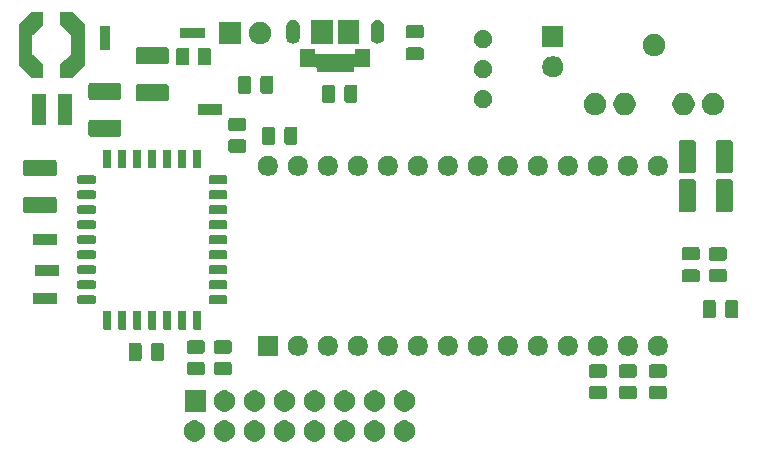
<source format=gbr>
G04 #@! TF.GenerationSoftware,KiCad,Pcbnew,5.1.5+dfsg1-2build2*
G04 #@! TF.CreationDate,2022-11-02T21:13:42+00:00*
G04 #@! TF.ProjectId,psion-speech-sp0256al2,7073696f-6e2d-4737-9065-6563682d7370,rev?*
G04 #@! TF.SameCoordinates,Original*
G04 #@! TF.FileFunction,Soldermask,Top*
G04 #@! TF.FilePolarity,Negative*
%FSLAX46Y46*%
G04 Gerber Fmt 4.6, Leading zero omitted, Abs format (unit mm)*
G04 Created by KiCad (PCBNEW 5.1.5+dfsg1-2build2) date 2022-11-02 21:13:42*
%MOMM*%
%LPD*%
G04 APERTURE LIST*
%ADD10C,0.100000*%
G04 APERTURE END LIST*
D10*
G36*
X77473512Y-132303927D02*
G01*
X77622812Y-132333624D01*
X77786784Y-132401544D01*
X77934354Y-132500147D01*
X78059853Y-132625646D01*
X78158456Y-132773216D01*
X78226376Y-132937188D01*
X78261000Y-133111259D01*
X78261000Y-133288741D01*
X78226376Y-133462812D01*
X78158456Y-133626784D01*
X78059853Y-133774354D01*
X77934354Y-133899853D01*
X77786784Y-133998456D01*
X77622812Y-134066376D01*
X77473512Y-134096073D01*
X77448742Y-134101000D01*
X77271258Y-134101000D01*
X77246488Y-134096073D01*
X77097188Y-134066376D01*
X76933216Y-133998456D01*
X76785646Y-133899853D01*
X76660147Y-133774354D01*
X76561544Y-133626784D01*
X76493624Y-133462812D01*
X76459000Y-133288741D01*
X76459000Y-133111259D01*
X76493624Y-132937188D01*
X76561544Y-132773216D01*
X76660147Y-132625646D01*
X76785646Y-132500147D01*
X76933216Y-132401544D01*
X77097188Y-132333624D01*
X77246488Y-132303927D01*
X77271258Y-132299000D01*
X77448742Y-132299000D01*
X77473512Y-132303927D01*
G37*
G36*
X74933512Y-132303927D02*
G01*
X75082812Y-132333624D01*
X75246784Y-132401544D01*
X75394354Y-132500147D01*
X75519853Y-132625646D01*
X75618456Y-132773216D01*
X75686376Y-132937188D01*
X75721000Y-133111259D01*
X75721000Y-133288741D01*
X75686376Y-133462812D01*
X75618456Y-133626784D01*
X75519853Y-133774354D01*
X75394354Y-133899853D01*
X75246784Y-133998456D01*
X75082812Y-134066376D01*
X74933512Y-134096073D01*
X74908742Y-134101000D01*
X74731258Y-134101000D01*
X74706488Y-134096073D01*
X74557188Y-134066376D01*
X74393216Y-133998456D01*
X74245646Y-133899853D01*
X74120147Y-133774354D01*
X74021544Y-133626784D01*
X73953624Y-133462812D01*
X73919000Y-133288741D01*
X73919000Y-133111259D01*
X73953624Y-132937188D01*
X74021544Y-132773216D01*
X74120147Y-132625646D01*
X74245646Y-132500147D01*
X74393216Y-132401544D01*
X74557188Y-132333624D01*
X74706488Y-132303927D01*
X74731258Y-132299000D01*
X74908742Y-132299000D01*
X74933512Y-132303927D01*
G37*
G36*
X59693512Y-132303927D02*
G01*
X59842812Y-132333624D01*
X60006784Y-132401544D01*
X60154354Y-132500147D01*
X60279853Y-132625646D01*
X60378456Y-132773216D01*
X60446376Y-132937188D01*
X60481000Y-133111259D01*
X60481000Y-133288741D01*
X60446376Y-133462812D01*
X60378456Y-133626784D01*
X60279853Y-133774354D01*
X60154354Y-133899853D01*
X60006784Y-133998456D01*
X59842812Y-134066376D01*
X59693512Y-134096073D01*
X59668742Y-134101000D01*
X59491258Y-134101000D01*
X59466488Y-134096073D01*
X59317188Y-134066376D01*
X59153216Y-133998456D01*
X59005646Y-133899853D01*
X58880147Y-133774354D01*
X58781544Y-133626784D01*
X58713624Y-133462812D01*
X58679000Y-133288741D01*
X58679000Y-133111259D01*
X58713624Y-132937188D01*
X58781544Y-132773216D01*
X58880147Y-132625646D01*
X59005646Y-132500147D01*
X59153216Y-132401544D01*
X59317188Y-132333624D01*
X59466488Y-132303927D01*
X59491258Y-132299000D01*
X59668742Y-132299000D01*
X59693512Y-132303927D01*
G37*
G36*
X62233512Y-132303927D02*
G01*
X62382812Y-132333624D01*
X62546784Y-132401544D01*
X62694354Y-132500147D01*
X62819853Y-132625646D01*
X62918456Y-132773216D01*
X62986376Y-132937188D01*
X63021000Y-133111259D01*
X63021000Y-133288741D01*
X62986376Y-133462812D01*
X62918456Y-133626784D01*
X62819853Y-133774354D01*
X62694354Y-133899853D01*
X62546784Y-133998456D01*
X62382812Y-134066376D01*
X62233512Y-134096073D01*
X62208742Y-134101000D01*
X62031258Y-134101000D01*
X62006488Y-134096073D01*
X61857188Y-134066376D01*
X61693216Y-133998456D01*
X61545646Y-133899853D01*
X61420147Y-133774354D01*
X61321544Y-133626784D01*
X61253624Y-133462812D01*
X61219000Y-133288741D01*
X61219000Y-133111259D01*
X61253624Y-132937188D01*
X61321544Y-132773216D01*
X61420147Y-132625646D01*
X61545646Y-132500147D01*
X61693216Y-132401544D01*
X61857188Y-132333624D01*
X62006488Y-132303927D01*
X62031258Y-132299000D01*
X62208742Y-132299000D01*
X62233512Y-132303927D01*
G37*
G36*
X64773512Y-132303927D02*
G01*
X64922812Y-132333624D01*
X65086784Y-132401544D01*
X65234354Y-132500147D01*
X65359853Y-132625646D01*
X65458456Y-132773216D01*
X65526376Y-132937188D01*
X65561000Y-133111259D01*
X65561000Y-133288741D01*
X65526376Y-133462812D01*
X65458456Y-133626784D01*
X65359853Y-133774354D01*
X65234354Y-133899853D01*
X65086784Y-133998456D01*
X64922812Y-134066376D01*
X64773512Y-134096073D01*
X64748742Y-134101000D01*
X64571258Y-134101000D01*
X64546488Y-134096073D01*
X64397188Y-134066376D01*
X64233216Y-133998456D01*
X64085646Y-133899853D01*
X63960147Y-133774354D01*
X63861544Y-133626784D01*
X63793624Y-133462812D01*
X63759000Y-133288741D01*
X63759000Y-133111259D01*
X63793624Y-132937188D01*
X63861544Y-132773216D01*
X63960147Y-132625646D01*
X64085646Y-132500147D01*
X64233216Y-132401544D01*
X64397188Y-132333624D01*
X64546488Y-132303927D01*
X64571258Y-132299000D01*
X64748742Y-132299000D01*
X64773512Y-132303927D01*
G37*
G36*
X69853512Y-132303927D02*
G01*
X70002812Y-132333624D01*
X70166784Y-132401544D01*
X70314354Y-132500147D01*
X70439853Y-132625646D01*
X70538456Y-132773216D01*
X70606376Y-132937188D01*
X70641000Y-133111259D01*
X70641000Y-133288741D01*
X70606376Y-133462812D01*
X70538456Y-133626784D01*
X70439853Y-133774354D01*
X70314354Y-133899853D01*
X70166784Y-133998456D01*
X70002812Y-134066376D01*
X69853512Y-134096073D01*
X69828742Y-134101000D01*
X69651258Y-134101000D01*
X69626488Y-134096073D01*
X69477188Y-134066376D01*
X69313216Y-133998456D01*
X69165646Y-133899853D01*
X69040147Y-133774354D01*
X68941544Y-133626784D01*
X68873624Y-133462812D01*
X68839000Y-133288741D01*
X68839000Y-133111259D01*
X68873624Y-132937188D01*
X68941544Y-132773216D01*
X69040147Y-132625646D01*
X69165646Y-132500147D01*
X69313216Y-132401544D01*
X69477188Y-132333624D01*
X69626488Y-132303927D01*
X69651258Y-132299000D01*
X69828742Y-132299000D01*
X69853512Y-132303927D01*
G37*
G36*
X72393512Y-132303927D02*
G01*
X72542812Y-132333624D01*
X72706784Y-132401544D01*
X72854354Y-132500147D01*
X72979853Y-132625646D01*
X73078456Y-132773216D01*
X73146376Y-132937188D01*
X73181000Y-133111259D01*
X73181000Y-133288741D01*
X73146376Y-133462812D01*
X73078456Y-133626784D01*
X72979853Y-133774354D01*
X72854354Y-133899853D01*
X72706784Y-133998456D01*
X72542812Y-134066376D01*
X72393512Y-134096073D01*
X72368742Y-134101000D01*
X72191258Y-134101000D01*
X72166488Y-134096073D01*
X72017188Y-134066376D01*
X71853216Y-133998456D01*
X71705646Y-133899853D01*
X71580147Y-133774354D01*
X71481544Y-133626784D01*
X71413624Y-133462812D01*
X71379000Y-133288741D01*
X71379000Y-133111259D01*
X71413624Y-132937188D01*
X71481544Y-132773216D01*
X71580147Y-132625646D01*
X71705646Y-132500147D01*
X71853216Y-132401544D01*
X72017188Y-132333624D01*
X72166488Y-132303927D01*
X72191258Y-132299000D01*
X72368742Y-132299000D01*
X72393512Y-132303927D01*
G37*
G36*
X67313512Y-132303927D02*
G01*
X67462812Y-132333624D01*
X67626784Y-132401544D01*
X67774354Y-132500147D01*
X67899853Y-132625646D01*
X67998456Y-132773216D01*
X68066376Y-132937188D01*
X68101000Y-133111259D01*
X68101000Y-133288741D01*
X68066376Y-133462812D01*
X67998456Y-133626784D01*
X67899853Y-133774354D01*
X67774354Y-133899853D01*
X67626784Y-133998456D01*
X67462812Y-134066376D01*
X67313512Y-134096073D01*
X67288742Y-134101000D01*
X67111258Y-134101000D01*
X67086488Y-134096073D01*
X66937188Y-134066376D01*
X66773216Y-133998456D01*
X66625646Y-133899853D01*
X66500147Y-133774354D01*
X66401544Y-133626784D01*
X66333624Y-133462812D01*
X66299000Y-133288741D01*
X66299000Y-133111259D01*
X66333624Y-132937188D01*
X66401544Y-132773216D01*
X66500147Y-132625646D01*
X66625646Y-132500147D01*
X66773216Y-132401544D01*
X66937188Y-132333624D01*
X67086488Y-132303927D01*
X67111258Y-132299000D01*
X67288742Y-132299000D01*
X67313512Y-132303927D01*
G37*
G36*
X62233512Y-129763927D02*
G01*
X62382812Y-129793624D01*
X62546784Y-129861544D01*
X62694354Y-129960147D01*
X62819853Y-130085646D01*
X62918456Y-130233216D01*
X62986376Y-130397188D01*
X63021000Y-130571259D01*
X63021000Y-130748741D01*
X62986376Y-130922812D01*
X62918456Y-131086784D01*
X62819853Y-131234354D01*
X62694354Y-131359853D01*
X62546784Y-131458456D01*
X62382812Y-131526376D01*
X62233512Y-131556073D01*
X62208742Y-131561000D01*
X62031258Y-131561000D01*
X62006488Y-131556073D01*
X61857188Y-131526376D01*
X61693216Y-131458456D01*
X61545646Y-131359853D01*
X61420147Y-131234354D01*
X61321544Y-131086784D01*
X61253624Y-130922812D01*
X61219000Y-130748741D01*
X61219000Y-130571259D01*
X61253624Y-130397188D01*
X61321544Y-130233216D01*
X61420147Y-130085646D01*
X61545646Y-129960147D01*
X61693216Y-129861544D01*
X61857188Y-129793624D01*
X62006488Y-129763927D01*
X62031258Y-129759000D01*
X62208742Y-129759000D01*
X62233512Y-129763927D01*
G37*
G36*
X64773512Y-129763927D02*
G01*
X64922812Y-129793624D01*
X65086784Y-129861544D01*
X65234354Y-129960147D01*
X65359853Y-130085646D01*
X65458456Y-130233216D01*
X65526376Y-130397188D01*
X65561000Y-130571259D01*
X65561000Y-130748741D01*
X65526376Y-130922812D01*
X65458456Y-131086784D01*
X65359853Y-131234354D01*
X65234354Y-131359853D01*
X65086784Y-131458456D01*
X64922812Y-131526376D01*
X64773512Y-131556073D01*
X64748742Y-131561000D01*
X64571258Y-131561000D01*
X64546488Y-131556073D01*
X64397188Y-131526376D01*
X64233216Y-131458456D01*
X64085646Y-131359853D01*
X63960147Y-131234354D01*
X63861544Y-131086784D01*
X63793624Y-130922812D01*
X63759000Y-130748741D01*
X63759000Y-130571259D01*
X63793624Y-130397188D01*
X63861544Y-130233216D01*
X63960147Y-130085646D01*
X64085646Y-129960147D01*
X64233216Y-129861544D01*
X64397188Y-129793624D01*
X64546488Y-129763927D01*
X64571258Y-129759000D01*
X64748742Y-129759000D01*
X64773512Y-129763927D01*
G37*
G36*
X69853512Y-129763927D02*
G01*
X70002812Y-129793624D01*
X70166784Y-129861544D01*
X70314354Y-129960147D01*
X70439853Y-130085646D01*
X70538456Y-130233216D01*
X70606376Y-130397188D01*
X70641000Y-130571259D01*
X70641000Y-130748741D01*
X70606376Y-130922812D01*
X70538456Y-131086784D01*
X70439853Y-131234354D01*
X70314354Y-131359853D01*
X70166784Y-131458456D01*
X70002812Y-131526376D01*
X69853512Y-131556073D01*
X69828742Y-131561000D01*
X69651258Y-131561000D01*
X69626488Y-131556073D01*
X69477188Y-131526376D01*
X69313216Y-131458456D01*
X69165646Y-131359853D01*
X69040147Y-131234354D01*
X68941544Y-131086784D01*
X68873624Y-130922812D01*
X68839000Y-130748741D01*
X68839000Y-130571259D01*
X68873624Y-130397188D01*
X68941544Y-130233216D01*
X69040147Y-130085646D01*
X69165646Y-129960147D01*
X69313216Y-129861544D01*
X69477188Y-129793624D01*
X69626488Y-129763927D01*
X69651258Y-129759000D01*
X69828742Y-129759000D01*
X69853512Y-129763927D01*
G37*
G36*
X67313512Y-129763927D02*
G01*
X67462812Y-129793624D01*
X67626784Y-129861544D01*
X67774354Y-129960147D01*
X67899853Y-130085646D01*
X67998456Y-130233216D01*
X68066376Y-130397188D01*
X68101000Y-130571259D01*
X68101000Y-130748741D01*
X68066376Y-130922812D01*
X67998456Y-131086784D01*
X67899853Y-131234354D01*
X67774354Y-131359853D01*
X67626784Y-131458456D01*
X67462812Y-131526376D01*
X67313512Y-131556073D01*
X67288742Y-131561000D01*
X67111258Y-131561000D01*
X67086488Y-131556073D01*
X66937188Y-131526376D01*
X66773216Y-131458456D01*
X66625646Y-131359853D01*
X66500147Y-131234354D01*
X66401544Y-131086784D01*
X66333624Y-130922812D01*
X66299000Y-130748741D01*
X66299000Y-130571259D01*
X66333624Y-130397188D01*
X66401544Y-130233216D01*
X66500147Y-130085646D01*
X66625646Y-129960147D01*
X66773216Y-129861544D01*
X66937188Y-129793624D01*
X67086488Y-129763927D01*
X67111258Y-129759000D01*
X67288742Y-129759000D01*
X67313512Y-129763927D01*
G37*
G36*
X77473512Y-129763927D02*
G01*
X77622812Y-129793624D01*
X77786784Y-129861544D01*
X77934354Y-129960147D01*
X78059853Y-130085646D01*
X78158456Y-130233216D01*
X78226376Y-130397188D01*
X78261000Y-130571259D01*
X78261000Y-130748741D01*
X78226376Y-130922812D01*
X78158456Y-131086784D01*
X78059853Y-131234354D01*
X77934354Y-131359853D01*
X77786784Y-131458456D01*
X77622812Y-131526376D01*
X77473512Y-131556073D01*
X77448742Y-131561000D01*
X77271258Y-131561000D01*
X77246488Y-131556073D01*
X77097188Y-131526376D01*
X76933216Y-131458456D01*
X76785646Y-131359853D01*
X76660147Y-131234354D01*
X76561544Y-131086784D01*
X76493624Y-130922812D01*
X76459000Y-130748741D01*
X76459000Y-130571259D01*
X76493624Y-130397188D01*
X76561544Y-130233216D01*
X76660147Y-130085646D01*
X76785646Y-129960147D01*
X76933216Y-129861544D01*
X77097188Y-129793624D01*
X77246488Y-129763927D01*
X77271258Y-129759000D01*
X77448742Y-129759000D01*
X77473512Y-129763927D01*
G37*
G36*
X60561000Y-131561000D02*
G01*
X58759000Y-131561000D01*
X58759000Y-129759000D01*
X60561000Y-129759000D01*
X60561000Y-131561000D01*
G37*
G36*
X72393512Y-129763927D02*
G01*
X72542812Y-129793624D01*
X72706784Y-129861544D01*
X72854354Y-129960147D01*
X72979853Y-130085646D01*
X73078456Y-130233216D01*
X73146376Y-130397188D01*
X73181000Y-130571259D01*
X73181000Y-130748741D01*
X73146376Y-130922812D01*
X73078456Y-131086784D01*
X72979853Y-131234354D01*
X72854354Y-131359853D01*
X72706784Y-131458456D01*
X72542812Y-131526376D01*
X72393512Y-131556073D01*
X72368742Y-131561000D01*
X72191258Y-131561000D01*
X72166488Y-131556073D01*
X72017188Y-131526376D01*
X71853216Y-131458456D01*
X71705646Y-131359853D01*
X71580147Y-131234354D01*
X71481544Y-131086784D01*
X71413624Y-130922812D01*
X71379000Y-130748741D01*
X71379000Y-130571259D01*
X71413624Y-130397188D01*
X71481544Y-130233216D01*
X71580147Y-130085646D01*
X71705646Y-129960147D01*
X71853216Y-129861544D01*
X72017188Y-129793624D01*
X72166488Y-129763927D01*
X72191258Y-129759000D01*
X72368742Y-129759000D01*
X72393512Y-129763927D01*
G37*
G36*
X74933512Y-129763927D02*
G01*
X75082812Y-129793624D01*
X75246784Y-129861544D01*
X75394354Y-129960147D01*
X75519853Y-130085646D01*
X75618456Y-130233216D01*
X75686376Y-130397188D01*
X75721000Y-130571259D01*
X75721000Y-130748741D01*
X75686376Y-130922812D01*
X75618456Y-131086784D01*
X75519853Y-131234354D01*
X75394354Y-131359853D01*
X75246784Y-131458456D01*
X75082812Y-131526376D01*
X74933512Y-131556073D01*
X74908742Y-131561000D01*
X74731258Y-131561000D01*
X74706488Y-131556073D01*
X74557188Y-131526376D01*
X74393216Y-131458456D01*
X74245646Y-131359853D01*
X74120147Y-131234354D01*
X74021544Y-131086784D01*
X73953624Y-130922812D01*
X73919000Y-130748741D01*
X73919000Y-130571259D01*
X73953624Y-130397188D01*
X74021544Y-130233216D01*
X74120147Y-130085646D01*
X74245646Y-129960147D01*
X74393216Y-129861544D01*
X74557188Y-129793624D01*
X74706488Y-129763927D01*
X74731258Y-129759000D01*
X74908742Y-129759000D01*
X74933512Y-129763927D01*
G37*
G36*
X94307162Y-129385644D02*
G01*
X94346608Y-129397610D01*
X94382953Y-129417037D01*
X94414815Y-129443185D01*
X94440963Y-129475047D01*
X94460390Y-129511392D01*
X94472356Y-129550838D01*
X94477000Y-129597993D01*
X94477000Y-130291007D01*
X94472356Y-130338162D01*
X94460390Y-130377608D01*
X94440963Y-130413953D01*
X94414815Y-130445815D01*
X94382953Y-130471963D01*
X94346608Y-130491390D01*
X94307162Y-130503356D01*
X94260007Y-130508000D01*
X93191993Y-130508000D01*
X93144838Y-130503356D01*
X93105392Y-130491390D01*
X93069047Y-130471963D01*
X93037185Y-130445815D01*
X93011037Y-130413953D01*
X92991610Y-130377608D01*
X92979644Y-130338162D01*
X92975000Y-130291007D01*
X92975000Y-129597993D01*
X92979644Y-129550838D01*
X92991610Y-129511392D01*
X93011037Y-129475047D01*
X93037185Y-129443185D01*
X93069047Y-129417037D01*
X93105392Y-129397610D01*
X93144838Y-129385644D01*
X93191993Y-129381000D01*
X94260007Y-129381000D01*
X94307162Y-129385644D01*
G37*
G36*
X96847162Y-129385644D02*
G01*
X96886608Y-129397610D01*
X96922953Y-129417037D01*
X96954815Y-129443185D01*
X96980963Y-129475047D01*
X97000390Y-129511392D01*
X97012356Y-129550838D01*
X97017000Y-129597993D01*
X97017000Y-130291007D01*
X97012356Y-130338162D01*
X97000390Y-130377608D01*
X96980963Y-130413953D01*
X96954815Y-130445815D01*
X96922953Y-130471963D01*
X96886608Y-130491390D01*
X96847162Y-130503356D01*
X96800007Y-130508000D01*
X95731993Y-130508000D01*
X95684838Y-130503356D01*
X95645392Y-130491390D01*
X95609047Y-130471963D01*
X95577185Y-130445815D01*
X95551037Y-130413953D01*
X95531610Y-130377608D01*
X95519644Y-130338162D01*
X95515000Y-130291007D01*
X95515000Y-129597993D01*
X95519644Y-129550838D01*
X95531610Y-129511392D01*
X95551037Y-129475047D01*
X95577185Y-129443185D01*
X95609047Y-129417037D01*
X95645392Y-129397610D01*
X95684838Y-129385644D01*
X95731993Y-129381000D01*
X96800007Y-129381000D01*
X96847162Y-129385644D01*
G37*
G36*
X99387162Y-129385644D02*
G01*
X99426608Y-129397610D01*
X99462953Y-129417037D01*
X99494815Y-129443185D01*
X99520963Y-129475047D01*
X99540390Y-129511392D01*
X99552356Y-129550838D01*
X99557000Y-129597993D01*
X99557000Y-130291007D01*
X99552356Y-130338162D01*
X99540390Y-130377608D01*
X99520963Y-130413953D01*
X99494815Y-130445815D01*
X99462953Y-130471963D01*
X99426608Y-130491390D01*
X99387162Y-130503356D01*
X99340007Y-130508000D01*
X98271993Y-130508000D01*
X98224838Y-130503356D01*
X98185392Y-130491390D01*
X98149047Y-130471963D01*
X98117185Y-130445815D01*
X98091037Y-130413953D01*
X98071610Y-130377608D01*
X98059644Y-130338162D01*
X98055000Y-130291007D01*
X98055000Y-129597993D01*
X98059644Y-129550838D01*
X98071610Y-129511392D01*
X98091037Y-129475047D01*
X98117185Y-129443185D01*
X98149047Y-129417037D01*
X98185392Y-129397610D01*
X98224838Y-129385644D01*
X98271993Y-129381000D01*
X99340007Y-129381000D01*
X99387162Y-129385644D01*
G37*
G36*
X94307162Y-127560644D02*
G01*
X94346608Y-127572610D01*
X94382953Y-127592037D01*
X94414815Y-127618185D01*
X94440963Y-127650047D01*
X94460390Y-127686392D01*
X94472356Y-127725838D01*
X94477000Y-127772993D01*
X94477000Y-128466007D01*
X94472356Y-128513162D01*
X94460390Y-128552608D01*
X94440963Y-128588953D01*
X94414815Y-128620815D01*
X94382953Y-128646963D01*
X94346608Y-128666390D01*
X94307162Y-128678356D01*
X94260007Y-128683000D01*
X93191993Y-128683000D01*
X93144838Y-128678356D01*
X93105392Y-128666390D01*
X93069047Y-128646963D01*
X93037185Y-128620815D01*
X93011037Y-128588953D01*
X92991610Y-128552608D01*
X92979644Y-128513162D01*
X92975000Y-128466007D01*
X92975000Y-127772993D01*
X92979644Y-127725838D01*
X92991610Y-127686392D01*
X93011037Y-127650047D01*
X93037185Y-127618185D01*
X93069047Y-127592037D01*
X93105392Y-127572610D01*
X93144838Y-127560644D01*
X93191993Y-127556000D01*
X94260007Y-127556000D01*
X94307162Y-127560644D01*
G37*
G36*
X99387162Y-127560644D02*
G01*
X99426608Y-127572610D01*
X99462953Y-127592037D01*
X99494815Y-127618185D01*
X99520963Y-127650047D01*
X99540390Y-127686392D01*
X99552356Y-127725838D01*
X99557000Y-127772993D01*
X99557000Y-128466007D01*
X99552356Y-128513162D01*
X99540390Y-128552608D01*
X99520963Y-128588953D01*
X99494815Y-128620815D01*
X99462953Y-128646963D01*
X99426608Y-128666390D01*
X99387162Y-128678356D01*
X99340007Y-128683000D01*
X98271993Y-128683000D01*
X98224838Y-128678356D01*
X98185392Y-128666390D01*
X98149047Y-128646963D01*
X98117185Y-128620815D01*
X98091037Y-128588953D01*
X98071610Y-128552608D01*
X98059644Y-128513162D01*
X98055000Y-128466007D01*
X98055000Y-127772993D01*
X98059644Y-127725838D01*
X98071610Y-127686392D01*
X98091037Y-127650047D01*
X98117185Y-127618185D01*
X98149047Y-127592037D01*
X98185392Y-127572610D01*
X98224838Y-127560644D01*
X98271993Y-127556000D01*
X99340007Y-127556000D01*
X99387162Y-127560644D01*
G37*
G36*
X96847162Y-127560644D02*
G01*
X96886608Y-127572610D01*
X96922953Y-127592037D01*
X96954815Y-127618185D01*
X96980963Y-127650047D01*
X97000390Y-127686392D01*
X97012356Y-127725838D01*
X97017000Y-127772993D01*
X97017000Y-128466007D01*
X97012356Y-128513162D01*
X97000390Y-128552608D01*
X96980963Y-128588953D01*
X96954815Y-128620815D01*
X96922953Y-128646963D01*
X96886608Y-128666390D01*
X96847162Y-128678356D01*
X96800007Y-128683000D01*
X95731993Y-128683000D01*
X95684838Y-128678356D01*
X95645392Y-128666390D01*
X95609047Y-128646963D01*
X95577185Y-128620815D01*
X95551037Y-128588953D01*
X95531610Y-128552608D01*
X95519644Y-128513162D01*
X95515000Y-128466007D01*
X95515000Y-127772993D01*
X95519644Y-127725838D01*
X95531610Y-127686392D01*
X95551037Y-127650047D01*
X95577185Y-127618185D01*
X95609047Y-127592037D01*
X95645392Y-127572610D01*
X95684838Y-127560644D01*
X95731993Y-127556000D01*
X96800007Y-127556000D01*
X96847162Y-127560644D01*
G37*
G36*
X62557162Y-127353644D02*
G01*
X62596608Y-127365610D01*
X62632953Y-127385037D01*
X62664815Y-127411185D01*
X62690963Y-127443047D01*
X62710390Y-127479392D01*
X62722356Y-127518838D01*
X62727000Y-127565993D01*
X62727000Y-128259007D01*
X62722356Y-128306162D01*
X62710390Y-128345608D01*
X62690963Y-128381953D01*
X62664815Y-128413815D01*
X62632953Y-128439963D01*
X62596608Y-128459390D01*
X62557162Y-128471356D01*
X62510007Y-128476000D01*
X61441993Y-128476000D01*
X61394838Y-128471356D01*
X61355392Y-128459390D01*
X61319047Y-128439963D01*
X61287185Y-128413815D01*
X61261037Y-128381953D01*
X61241610Y-128345608D01*
X61229644Y-128306162D01*
X61225000Y-128259007D01*
X61225000Y-127565993D01*
X61229644Y-127518838D01*
X61241610Y-127479392D01*
X61261037Y-127443047D01*
X61287185Y-127411185D01*
X61319047Y-127385037D01*
X61355392Y-127365610D01*
X61394838Y-127353644D01*
X61441993Y-127349000D01*
X62510007Y-127349000D01*
X62557162Y-127353644D01*
G37*
G36*
X60271162Y-127353644D02*
G01*
X60310608Y-127365610D01*
X60346953Y-127385037D01*
X60378815Y-127411185D01*
X60404963Y-127443047D01*
X60424390Y-127479392D01*
X60436356Y-127518838D01*
X60441000Y-127565993D01*
X60441000Y-128259007D01*
X60436356Y-128306162D01*
X60424390Y-128345608D01*
X60404963Y-128381953D01*
X60378815Y-128413815D01*
X60346953Y-128439963D01*
X60310608Y-128459390D01*
X60271162Y-128471356D01*
X60224007Y-128476000D01*
X59155993Y-128476000D01*
X59108838Y-128471356D01*
X59069392Y-128459390D01*
X59033047Y-128439963D01*
X59001185Y-128413815D01*
X58975037Y-128381953D01*
X58955610Y-128345608D01*
X58943644Y-128306162D01*
X58939000Y-128259007D01*
X58939000Y-127565993D01*
X58943644Y-127518838D01*
X58955610Y-127479392D01*
X58975037Y-127443047D01*
X59001185Y-127411185D01*
X59033047Y-127385037D01*
X59069392Y-127365610D01*
X59108838Y-127353644D01*
X59155993Y-127349000D01*
X60224007Y-127349000D01*
X60271162Y-127353644D01*
G37*
G36*
X56829434Y-125728686D02*
G01*
X56869284Y-125740774D01*
X56905999Y-125760399D01*
X56938186Y-125786814D01*
X56964601Y-125819001D01*
X56984226Y-125855716D01*
X56996314Y-125895566D01*
X57001000Y-125943141D01*
X57001000Y-127056859D01*
X56996314Y-127104434D01*
X56984226Y-127144284D01*
X56964601Y-127180999D01*
X56938186Y-127213186D01*
X56905999Y-127239601D01*
X56869284Y-127259226D01*
X56829434Y-127271314D01*
X56781859Y-127276000D01*
X56118141Y-127276000D01*
X56070566Y-127271314D01*
X56030716Y-127259226D01*
X55994001Y-127239601D01*
X55961814Y-127213186D01*
X55935399Y-127180999D01*
X55915774Y-127144284D01*
X55903686Y-127104434D01*
X55899000Y-127056859D01*
X55899000Y-125943141D01*
X55903686Y-125895566D01*
X55915774Y-125855716D01*
X55935399Y-125819001D01*
X55961814Y-125786814D01*
X55994001Y-125760399D01*
X56030716Y-125740774D01*
X56070566Y-125728686D01*
X56118141Y-125724000D01*
X56781859Y-125724000D01*
X56829434Y-125728686D01*
G37*
G36*
X54929434Y-125728686D02*
G01*
X54969284Y-125740774D01*
X55005999Y-125760399D01*
X55038186Y-125786814D01*
X55064601Y-125819001D01*
X55084226Y-125855716D01*
X55096314Y-125895566D01*
X55101000Y-125943141D01*
X55101000Y-127056859D01*
X55096314Y-127104434D01*
X55084226Y-127144284D01*
X55064601Y-127180999D01*
X55038186Y-127213186D01*
X55005999Y-127239601D01*
X54969284Y-127259226D01*
X54929434Y-127271314D01*
X54881859Y-127276000D01*
X54218141Y-127276000D01*
X54170566Y-127271314D01*
X54130716Y-127259226D01*
X54094001Y-127239601D01*
X54061814Y-127213186D01*
X54035399Y-127180999D01*
X54015774Y-127144284D01*
X54003686Y-127104434D01*
X53999000Y-127056859D01*
X53999000Y-125943141D01*
X54003686Y-125895566D01*
X54015774Y-125855716D01*
X54035399Y-125819001D01*
X54061814Y-125786814D01*
X54094001Y-125760399D01*
X54130716Y-125740774D01*
X54170566Y-125728686D01*
X54218141Y-125724000D01*
X54881859Y-125724000D01*
X54929434Y-125728686D01*
G37*
G36*
X96514228Y-125165703D02*
G01*
X96669100Y-125229853D01*
X96808481Y-125322985D01*
X96927015Y-125441519D01*
X97020147Y-125580900D01*
X97084297Y-125735772D01*
X97117000Y-125900184D01*
X97117000Y-126067816D01*
X97084297Y-126232228D01*
X97020147Y-126387100D01*
X96927015Y-126526481D01*
X96808481Y-126645015D01*
X96669100Y-126738147D01*
X96514228Y-126802297D01*
X96349816Y-126835000D01*
X96182184Y-126835000D01*
X96017772Y-126802297D01*
X95862900Y-126738147D01*
X95723519Y-126645015D01*
X95604985Y-126526481D01*
X95511853Y-126387100D01*
X95447703Y-126232228D01*
X95415000Y-126067816D01*
X95415000Y-125900184D01*
X95447703Y-125735772D01*
X95511853Y-125580900D01*
X95604985Y-125441519D01*
X95723519Y-125322985D01*
X95862900Y-125229853D01*
X96017772Y-125165703D01*
X96182184Y-125133000D01*
X96349816Y-125133000D01*
X96514228Y-125165703D01*
G37*
G36*
X99054228Y-125165703D02*
G01*
X99209100Y-125229853D01*
X99348481Y-125322985D01*
X99467015Y-125441519D01*
X99560147Y-125580900D01*
X99624297Y-125735772D01*
X99657000Y-125900184D01*
X99657000Y-126067816D01*
X99624297Y-126232228D01*
X99560147Y-126387100D01*
X99467015Y-126526481D01*
X99348481Y-126645015D01*
X99209100Y-126738147D01*
X99054228Y-126802297D01*
X98889816Y-126835000D01*
X98722184Y-126835000D01*
X98557772Y-126802297D01*
X98402900Y-126738147D01*
X98263519Y-126645015D01*
X98144985Y-126526481D01*
X98051853Y-126387100D01*
X97987703Y-126232228D01*
X97955000Y-126067816D01*
X97955000Y-125900184D01*
X97987703Y-125735772D01*
X98051853Y-125580900D01*
X98144985Y-125441519D01*
X98263519Y-125322985D01*
X98402900Y-125229853D01*
X98557772Y-125165703D01*
X98722184Y-125133000D01*
X98889816Y-125133000D01*
X99054228Y-125165703D01*
G37*
G36*
X91434228Y-125165703D02*
G01*
X91589100Y-125229853D01*
X91728481Y-125322985D01*
X91847015Y-125441519D01*
X91940147Y-125580900D01*
X92004297Y-125735772D01*
X92037000Y-125900184D01*
X92037000Y-126067816D01*
X92004297Y-126232228D01*
X91940147Y-126387100D01*
X91847015Y-126526481D01*
X91728481Y-126645015D01*
X91589100Y-126738147D01*
X91434228Y-126802297D01*
X91269816Y-126835000D01*
X91102184Y-126835000D01*
X90937772Y-126802297D01*
X90782900Y-126738147D01*
X90643519Y-126645015D01*
X90524985Y-126526481D01*
X90431853Y-126387100D01*
X90367703Y-126232228D01*
X90335000Y-126067816D01*
X90335000Y-125900184D01*
X90367703Y-125735772D01*
X90431853Y-125580900D01*
X90524985Y-125441519D01*
X90643519Y-125322985D01*
X90782900Y-125229853D01*
X90937772Y-125165703D01*
X91102184Y-125133000D01*
X91269816Y-125133000D01*
X91434228Y-125165703D01*
G37*
G36*
X86354228Y-125165703D02*
G01*
X86509100Y-125229853D01*
X86648481Y-125322985D01*
X86767015Y-125441519D01*
X86860147Y-125580900D01*
X86924297Y-125735772D01*
X86957000Y-125900184D01*
X86957000Y-126067816D01*
X86924297Y-126232228D01*
X86860147Y-126387100D01*
X86767015Y-126526481D01*
X86648481Y-126645015D01*
X86509100Y-126738147D01*
X86354228Y-126802297D01*
X86189816Y-126835000D01*
X86022184Y-126835000D01*
X85857772Y-126802297D01*
X85702900Y-126738147D01*
X85563519Y-126645015D01*
X85444985Y-126526481D01*
X85351853Y-126387100D01*
X85287703Y-126232228D01*
X85255000Y-126067816D01*
X85255000Y-125900184D01*
X85287703Y-125735772D01*
X85351853Y-125580900D01*
X85444985Y-125441519D01*
X85563519Y-125322985D01*
X85702900Y-125229853D01*
X85857772Y-125165703D01*
X86022184Y-125133000D01*
X86189816Y-125133000D01*
X86354228Y-125165703D01*
G37*
G36*
X83814228Y-125165703D02*
G01*
X83969100Y-125229853D01*
X84108481Y-125322985D01*
X84227015Y-125441519D01*
X84320147Y-125580900D01*
X84384297Y-125735772D01*
X84417000Y-125900184D01*
X84417000Y-126067816D01*
X84384297Y-126232228D01*
X84320147Y-126387100D01*
X84227015Y-126526481D01*
X84108481Y-126645015D01*
X83969100Y-126738147D01*
X83814228Y-126802297D01*
X83649816Y-126835000D01*
X83482184Y-126835000D01*
X83317772Y-126802297D01*
X83162900Y-126738147D01*
X83023519Y-126645015D01*
X82904985Y-126526481D01*
X82811853Y-126387100D01*
X82747703Y-126232228D01*
X82715000Y-126067816D01*
X82715000Y-125900184D01*
X82747703Y-125735772D01*
X82811853Y-125580900D01*
X82904985Y-125441519D01*
X83023519Y-125322985D01*
X83162900Y-125229853D01*
X83317772Y-125165703D01*
X83482184Y-125133000D01*
X83649816Y-125133000D01*
X83814228Y-125165703D01*
G37*
G36*
X81274228Y-125165703D02*
G01*
X81429100Y-125229853D01*
X81568481Y-125322985D01*
X81687015Y-125441519D01*
X81780147Y-125580900D01*
X81844297Y-125735772D01*
X81877000Y-125900184D01*
X81877000Y-126067816D01*
X81844297Y-126232228D01*
X81780147Y-126387100D01*
X81687015Y-126526481D01*
X81568481Y-126645015D01*
X81429100Y-126738147D01*
X81274228Y-126802297D01*
X81109816Y-126835000D01*
X80942184Y-126835000D01*
X80777772Y-126802297D01*
X80622900Y-126738147D01*
X80483519Y-126645015D01*
X80364985Y-126526481D01*
X80271853Y-126387100D01*
X80207703Y-126232228D01*
X80175000Y-126067816D01*
X80175000Y-125900184D01*
X80207703Y-125735772D01*
X80271853Y-125580900D01*
X80364985Y-125441519D01*
X80483519Y-125322985D01*
X80622900Y-125229853D01*
X80777772Y-125165703D01*
X80942184Y-125133000D01*
X81109816Y-125133000D01*
X81274228Y-125165703D01*
G37*
G36*
X88894228Y-125165703D02*
G01*
X89049100Y-125229853D01*
X89188481Y-125322985D01*
X89307015Y-125441519D01*
X89400147Y-125580900D01*
X89464297Y-125735772D01*
X89497000Y-125900184D01*
X89497000Y-126067816D01*
X89464297Y-126232228D01*
X89400147Y-126387100D01*
X89307015Y-126526481D01*
X89188481Y-126645015D01*
X89049100Y-126738147D01*
X88894228Y-126802297D01*
X88729816Y-126835000D01*
X88562184Y-126835000D01*
X88397772Y-126802297D01*
X88242900Y-126738147D01*
X88103519Y-126645015D01*
X87984985Y-126526481D01*
X87891853Y-126387100D01*
X87827703Y-126232228D01*
X87795000Y-126067816D01*
X87795000Y-125900184D01*
X87827703Y-125735772D01*
X87891853Y-125580900D01*
X87984985Y-125441519D01*
X88103519Y-125322985D01*
X88242900Y-125229853D01*
X88397772Y-125165703D01*
X88562184Y-125133000D01*
X88729816Y-125133000D01*
X88894228Y-125165703D01*
G37*
G36*
X68574228Y-125165703D02*
G01*
X68729100Y-125229853D01*
X68868481Y-125322985D01*
X68987015Y-125441519D01*
X69080147Y-125580900D01*
X69144297Y-125735772D01*
X69177000Y-125900184D01*
X69177000Y-126067816D01*
X69144297Y-126232228D01*
X69080147Y-126387100D01*
X68987015Y-126526481D01*
X68868481Y-126645015D01*
X68729100Y-126738147D01*
X68574228Y-126802297D01*
X68409816Y-126835000D01*
X68242184Y-126835000D01*
X68077772Y-126802297D01*
X67922900Y-126738147D01*
X67783519Y-126645015D01*
X67664985Y-126526481D01*
X67571853Y-126387100D01*
X67507703Y-126232228D01*
X67475000Y-126067816D01*
X67475000Y-125900184D01*
X67507703Y-125735772D01*
X67571853Y-125580900D01*
X67664985Y-125441519D01*
X67783519Y-125322985D01*
X67922900Y-125229853D01*
X68077772Y-125165703D01*
X68242184Y-125133000D01*
X68409816Y-125133000D01*
X68574228Y-125165703D01*
G37*
G36*
X66637000Y-126835000D02*
G01*
X64935000Y-126835000D01*
X64935000Y-125133000D01*
X66637000Y-125133000D01*
X66637000Y-126835000D01*
G37*
G36*
X78734228Y-125165703D02*
G01*
X78889100Y-125229853D01*
X79028481Y-125322985D01*
X79147015Y-125441519D01*
X79240147Y-125580900D01*
X79304297Y-125735772D01*
X79337000Y-125900184D01*
X79337000Y-126067816D01*
X79304297Y-126232228D01*
X79240147Y-126387100D01*
X79147015Y-126526481D01*
X79028481Y-126645015D01*
X78889100Y-126738147D01*
X78734228Y-126802297D01*
X78569816Y-126835000D01*
X78402184Y-126835000D01*
X78237772Y-126802297D01*
X78082900Y-126738147D01*
X77943519Y-126645015D01*
X77824985Y-126526481D01*
X77731853Y-126387100D01*
X77667703Y-126232228D01*
X77635000Y-126067816D01*
X77635000Y-125900184D01*
X77667703Y-125735772D01*
X77731853Y-125580900D01*
X77824985Y-125441519D01*
X77943519Y-125322985D01*
X78082900Y-125229853D01*
X78237772Y-125165703D01*
X78402184Y-125133000D01*
X78569816Y-125133000D01*
X78734228Y-125165703D01*
G37*
G36*
X76194228Y-125165703D02*
G01*
X76349100Y-125229853D01*
X76488481Y-125322985D01*
X76607015Y-125441519D01*
X76700147Y-125580900D01*
X76764297Y-125735772D01*
X76797000Y-125900184D01*
X76797000Y-126067816D01*
X76764297Y-126232228D01*
X76700147Y-126387100D01*
X76607015Y-126526481D01*
X76488481Y-126645015D01*
X76349100Y-126738147D01*
X76194228Y-126802297D01*
X76029816Y-126835000D01*
X75862184Y-126835000D01*
X75697772Y-126802297D01*
X75542900Y-126738147D01*
X75403519Y-126645015D01*
X75284985Y-126526481D01*
X75191853Y-126387100D01*
X75127703Y-126232228D01*
X75095000Y-126067816D01*
X75095000Y-125900184D01*
X75127703Y-125735772D01*
X75191853Y-125580900D01*
X75284985Y-125441519D01*
X75403519Y-125322985D01*
X75542900Y-125229853D01*
X75697772Y-125165703D01*
X75862184Y-125133000D01*
X76029816Y-125133000D01*
X76194228Y-125165703D01*
G37*
G36*
X73654228Y-125165703D02*
G01*
X73809100Y-125229853D01*
X73948481Y-125322985D01*
X74067015Y-125441519D01*
X74160147Y-125580900D01*
X74224297Y-125735772D01*
X74257000Y-125900184D01*
X74257000Y-126067816D01*
X74224297Y-126232228D01*
X74160147Y-126387100D01*
X74067015Y-126526481D01*
X73948481Y-126645015D01*
X73809100Y-126738147D01*
X73654228Y-126802297D01*
X73489816Y-126835000D01*
X73322184Y-126835000D01*
X73157772Y-126802297D01*
X73002900Y-126738147D01*
X72863519Y-126645015D01*
X72744985Y-126526481D01*
X72651853Y-126387100D01*
X72587703Y-126232228D01*
X72555000Y-126067816D01*
X72555000Y-125900184D01*
X72587703Y-125735772D01*
X72651853Y-125580900D01*
X72744985Y-125441519D01*
X72863519Y-125322985D01*
X73002900Y-125229853D01*
X73157772Y-125165703D01*
X73322184Y-125133000D01*
X73489816Y-125133000D01*
X73654228Y-125165703D01*
G37*
G36*
X93974228Y-125165703D02*
G01*
X94129100Y-125229853D01*
X94268481Y-125322985D01*
X94387015Y-125441519D01*
X94480147Y-125580900D01*
X94544297Y-125735772D01*
X94577000Y-125900184D01*
X94577000Y-126067816D01*
X94544297Y-126232228D01*
X94480147Y-126387100D01*
X94387015Y-126526481D01*
X94268481Y-126645015D01*
X94129100Y-126738147D01*
X93974228Y-126802297D01*
X93809816Y-126835000D01*
X93642184Y-126835000D01*
X93477772Y-126802297D01*
X93322900Y-126738147D01*
X93183519Y-126645015D01*
X93064985Y-126526481D01*
X92971853Y-126387100D01*
X92907703Y-126232228D01*
X92875000Y-126067816D01*
X92875000Y-125900184D01*
X92907703Y-125735772D01*
X92971853Y-125580900D01*
X93064985Y-125441519D01*
X93183519Y-125322985D01*
X93322900Y-125229853D01*
X93477772Y-125165703D01*
X93642184Y-125133000D01*
X93809816Y-125133000D01*
X93974228Y-125165703D01*
G37*
G36*
X71114228Y-125165703D02*
G01*
X71269100Y-125229853D01*
X71408481Y-125322985D01*
X71527015Y-125441519D01*
X71620147Y-125580900D01*
X71684297Y-125735772D01*
X71717000Y-125900184D01*
X71717000Y-126067816D01*
X71684297Y-126232228D01*
X71620147Y-126387100D01*
X71527015Y-126526481D01*
X71408481Y-126645015D01*
X71269100Y-126738147D01*
X71114228Y-126802297D01*
X70949816Y-126835000D01*
X70782184Y-126835000D01*
X70617772Y-126802297D01*
X70462900Y-126738147D01*
X70323519Y-126645015D01*
X70204985Y-126526481D01*
X70111853Y-126387100D01*
X70047703Y-126232228D01*
X70015000Y-126067816D01*
X70015000Y-125900184D01*
X70047703Y-125735772D01*
X70111853Y-125580900D01*
X70204985Y-125441519D01*
X70323519Y-125322985D01*
X70462900Y-125229853D01*
X70617772Y-125165703D01*
X70782184Y-125133000D01*
X70949816Y-125133000D01*
X71114228Y-125165703D01*
G37*
G36*
X62557162Y-125528644D02*
G01*
X62596608Y-125540610D01*
X62632953Y-125560037D01*
X62664815Y-125586185D01*
X62690963Y-125618047D01*
X62710390Y-125654392D01*
X62722356Y-125693838D01*
X62727000Y-125740993D01*
X62727000Y-126434007D01*
X62722356Y-126481162D01*
X62710390Y-126520608D01*
X62690963Y-126556953D01*
X62664815Y-126588815D01*
X62632953Y-126614963D01*
X62596608Y-126634390D01*
X62557162Y-126646356D01*
X62510007Y-126651000D01*
X61441993Y-126651000D01*
X61394838Y-126646356D01*
X61355392Y-126634390D01*
X61319047Y-126614963D01*
X61287185Y-126588815D01*
X61261037Y-126556953D01*
X61241610Y-126520608D01*
X61229644Y-126481162D01*
X61225000Y-126434007D01*
X61225000Y-125740993D01*
X61229644Y-125693838D01*
X61241610Y-125654392D01*
X61261037Y-125618047D01*
X61287185Y-125586185D01*
X61319047Y-125560037D01*
X61355392Y-125540610D01*
X61394838Y-125528644D01*
X61441993Y-125524000D01*
X62510007Y-125524000D01*
X62557162Y-125528644D01*
G37*
G36*
X60271162Y-125528644D02*
G01*
X60310608Y-125540610D01*
X60346953Y-125560037D01*
X60378815Y-125586185D01*
X60404963Y-125618047D01*
X60424390Y-125654392D01*
X60436356Y-125693838D01*
X60441000Y-125740993D01*
X60441000Y-126434007D01*
X60436356Y-126481162D01*
X60424390Y-126520608D01*
X60404963Y-126556953D01*
X60378815Y-126588815D01*
X60346953Y-126614963D01*
X60310608Y-126634390D01*
X60271162Y-126646356D01*
X60224007Y-126651000D01*
X59155993Y-126651000D01*
X59108838Y-126646356D01*
X59069392Y-126634390D01*
X59033047Y-126614963D01*
X59001185Y-126588815D01*
X58975037Y-126556953D01*
X58955610Y-126520608D01*
X58943644Y-126481162D01*
X58939000Y-126434007D01*
X58939000Y-125740993D01*
X58943644Y-125693838D01*
X58955610Y-125654392D01*
X58975037Y-125618047D01*
X59001185Y-125586185D01*
X59033047Y-125560037D01*
X59069392Y-125540610D01*
X59108838Y-125528644D01*
X59155993Y-125524000D01*
X60224007Y-125524000D01*
X60271162Y-125528644D01*
G37*
G36*
X58799928Y-123051764D02*
G01*
X58821009Y-123058160D01*
X58840445Y-123068548D01*
X58857476Y-123082524D01*
X58871452Y-123099555D01*
X58881840Y-123118991D01*
X58888236Y-123140072D01*
X58891000Y-123168140D01*
X58891000Y-124506860D01*
X58888236Y-124534928D01*
X58881840Y-124556009D01*
X58871452Y-124575445D01*
X58857476Y-124592476D01*
X58840445Y-124606452D01*
X58821009Y-124616840D01*
X58799928Y-124623236D01*
X58771860Y-124626000D01*
X58308140Y-124626000D01*
X58280072Y-124623236D01*
X58258991Y-124616840D01*
X58239555Y-124606452D01*
X58222524Y-124592476D01*
X58208548Y-124575445D01*
X58198160Y-124556009D01*
X58191764Y-124534928D01*
X58189000Y-124506860D01*
X58189000Y-123168140D01*
X58191764Y-123140072D01*
X58198160Y-123118991D01*
X58208548Y-123099555D01*
X58222524Y-123082524D01*
X58239555Y-123068548D01*
X58258991Y-123058160D01*
X58280072Y-123051764D01*
X58308140Y-123049000D01*
X58771860Y-123049000D01*
X58799928Y-123051764D01*
G37*
G36*
X54989928Y-123051764D02*
G01*
X55011009Y-123058160D01*
X55030445Y-123068548D01*
X55047476Y-123082524D01*
X55061452Y-123099555D01*
X55071840Y-123118991D01*
X55078236Y-123140072D01*
X55081000Y-123168140D01*
X55081000Y-124506860D01*
X55078236Y-124534928D01*
X55071840Y-124556009D01*
X55061452Y-124575445D01*
X55047476Y-124592476D01*
X55030445Y-124606452D01*
X55011009Y-124616840D01*
X54989928Y-124623236D01*
X54961860Y-124626000D01*
X54498140Y-124626000D01*
X54470072Y-124623236D01*
X54448991Y-124616840D01*
X54429555Y-124606452D01*
X54412524Y-124592476D01*
X54398548Y-124575445D01*
X54388160Y-124556009D01*
X54381764Y-124534928D01*
X54379000Y-124506860D01*
X54379000Y-123168140D01*
X54381764Y-123140072D01*
X54388160Y-123118991D01*
X54398548Y-123099555D01*
X54412524Y-123082524D01*
X54429555Y-123068548D01*
X54448991Y-123058160D01*
X54470072Y-123051764D01*
X54498140Y-123049000D01*
X54961860Y-123049000D01*
X54989928Y-123051764D01*
G37*
G36*
X56259928Y-123051764D02*
G01*
X56281009Y-123058160D01*
X56300445Y-123068548D01*
X56317476Y-123082524D01*
X56331452Y-123099555D01*
X56341840Y-123118991D01*
X56348236Y-123140072D01*
X56351000Y-123168140D01*
X56351000Y-124506860D01*
X56348236Y-124534928D01*
X56341840Y-124556009D01*
X56331452Y-124575445D01*
X56317476Y-124592476D01*
X56300445Y-124606452D01*
X56281009Y-124616840D01*
X56259928Y-124623236D01*
X56231860Y-124626000D01*
X55768140Y-124626000D01*
X55740072Y-124623236D01*
X55718991Y-124616840D01*
X55699555Y-124606452D01*
X55682524Y-124592476D01*
X55668548Y-124575445D01*
X55658160Y-124556009D01*
X55651764Y-124534928D01*
X55649000Y-124506860D01*
X55649000Y-123168140D01*
X55651764Y-123140072D01*
X55658160Y-123118991D01*
X55668548Y-123099555D01*
X55682524Y-123082524D01*
X55699555Y-123068548D01*
X55718991Y-123058160D01*
X55740072Y-123051764D01*
X55768140Y-123049000D01*
X56231860Y-123049000D01*
X56259928Y-123051764D01*
G37*
G36*
X57529928Y-123051764D02*
G01*
X57551009Y-123058160D01*
X57570445Y-123068548D01*
X57587476Y-123082524D01*
X57601452Y-123099555D01*
X57611840Y-123118991D01*
X57618236Y-123140072D01*
X57621000Y-123168140D01*
X57621000Y-124506860D01*
X57618236Y-124534928D01*
X57611840Y-124556009D01*
X57601452Y-124575445D01*
X57587476Y-124592476D01*
X57570445Y-124606452D01*
X57551009Y-124616840D01*
X57529928Y-124623236D01*
X57501860Y-124626000D01*
X57038140Y-124626000D01*
X57010072Y-124623236D01*
X56988991Y-124616840D01*
X56969555Y-124606452D01*
X56952524Y-124592476D01*
X56938548Y-124575445D01*
X56928160Y-124556009D01*
X56921764Y-124534928D01*
X56919000Y-124506860D01*
X56919000Y-123168140D01*
X56921764Y-123140072D01*
X56928160Y-123118991D01*
X56938548Y-123099555D01*
X56952524Y-123082524D01*
X56969555Y-123068548D01*
X56988991Y-123058160D01*
X57010072Y-123051764D01*
X57038140Y-123049000D01*
X57501860Y-123049000D01*
X57529928Y-123051764D01*
G37*
G36*
X60069928Y-123051764D02*
G01*
X60091009Y-123058160D01*
X60110445Y-123068548D01*
X60127476Y-123082524D01*
X60141452Y-123099555D01*
X60151840Y-123118991D01*
X60158236Y-123140072D01*
X60161000Y-123168140D01*
X60161000Y-124506860D01*
X60158236Y-124534928D01*
X60151840Y-124556009D01*
X60141452Y-124575445D01*
X60127476Y-124592476D01*
X60110445Y-124606452D01*
X60091009Y-124616840D01*
X60069928Y-124623236D01*
X60041860Y-124626000D01*
X59578140Y-124626000D01*
X59550072Y-124623236D01*
X59528991Y-124616840D01*
X59509555Y-124606452D01*
X59492524Y-124592476D01*
X59478548Y-124575445D01*
X59468160Y-124556009D01*
X59461764Y-124534928D01*
X59459000Y-124506860D01*
X59459000Y-123168140D01*
X59461764Y-123140072D01*
X59468160Y-123118991D01*
X59478548Y-123099555D01*
X59492524Y-123082524D01*
X59509555Y-123068548D01*
X59528991Y-123058160D01*
X59550072Y-123051764D01*
X59578140Y-123049000D01*
X60041860Y-123049000D01*
X60069928Y-123051764D01*
G37*
G36*
X53719928Y-123051764D02*
G01*
X53741009Y-123058160D01*
X53760445Y-123068548D01*
X53777476Y-123082524D01*
X53791452Y-123099555D01*
X53801840Y-123118991D01*
X53808236Y-123140072D01*
X53811000Y-123168140D01*
X53811000Y-124506860D01*
X53808236Y-124534928D01*
X53801840Y-124556009D01*
X53791452Y-124575445D01*
X53777476Y-124592476D01*
X53760445Y-124606452D01*
X53741009Y-124616840D01*
X53719928Y-124623236D01*
X53691860Y-124626000D01*
X53228140Y-124626000D01*
X53200072Y-124623236D01*
X53178991Y-124616840D01*
X53159555Y-124606452D01*
X53142524Y-124592476D01*
X53128548Y-124575445D01*
X53118160Y-124556009D01*
X53111764Y-124534928D01*
X53109000Y-124506860D01*
X53109000Y-123168140D01*
X53111764Y-123140072D01*
X53118160Y-123118991D01*
X53128548Y-123099555D01*
X53142524Y-123082524D01*
X53159555Y-123068548D01*
X53178991Y-123058160D01*
X53200072Y-123051764D01*
X53228140Y-123049000D01*
X53691860Y-123049000D01*
X53719928Y-123051764D01*
G37*
G36*
X52449928Y-123051764D02*
G01*
X52471009Y-123058160D01*
X52490445Y-123068548D01*
X52507476Y-123082524D01*
X52521452Y-123099555D01*
X52531840Y-123118991D01*
X52538236Y-123140072D01*
X52541000Y-123168140D01*
X52541000Y-124506860D01*
X52538236Y-124534928D01*
X52531840Y-124556009D01*
X52521452Y-124575445D01*
X52507476Y-124592476D01*
X52490445Y-124606452D01*
X52471009Y-124616840D01*
X52449928Y-124623236D01*
X52421860Y-124626000D01*
X51958140Y-124626000D01*
X51930072Y-124623236D01*
X51908991Y-124616840D01*
X51889555Y-124606452D01*
X51872524Y-124592476D01*
X51858548Y-124575445D01*
X51848160Y-124556009D01*
X51841764Y-124534928D01*
X51839000Y-124506860D01*
X51839000Y-123168140D01*
X51841764Y-123140072D01*
X51848160Y-123118991D01*
X51858548Y-123099555D01*
X51872524Y-123082524D01*
X51889555Y-123068548D01*
X51908991Y-123058160D01*
X51930072Y-123051764D01*
X51958140Y-123049000D01*
X52421860Y-123049000D01*
X52449928Y-123051764D01*
G37*
G36*
X105439434Y-122118686D02*
G01*
X105479284Y-122130774D01*
X105515999Y-122150399D01*
X105548186Y-122176814D01*
X105574601Y-122209001D01*
X105594226Y-122245716D01*
X105606314Y-122285566D01*
X105611000Y-122333141D01*
X105611000Y-123446859D01*
X105606314Y-123494434D01*
X105594226Y-123534284D01*
X105574601Y-123570999D01*
X105548186Y-123603186D01*
X105515999Y-123629601D01*
X105479284Y-123649226D01*
X105439434Y-123661314D01*
X105391859Y-123666000D01*
X104728141Y-123666000D01*
X104680566Y-123661314D01*
X104640716Y-123649226D01*
X104604001Y-123629601D01*
X104571814Y-123603186D01*
X104545399Y-123570999D01*
X104525774Y-123534284D01*
X104513686Y-123494434D01*
X104509000Y-123446859D01*
X104509000Y-122333141D01*
X104513686Y-122285566D01*
X104525774Y-122245716D01*
X104545399Y-122209001D01*
X104571814Y-122176814D01*
X104604001Y-122150399D01*
X104640716Y-122130774D01*
X104680566Y-122118686D01*
X104728141Y-122114000D01*
X105391859Y-122114000D01*
X105439434Y-122118686D01*
G37*
G36*
X103539434Y-122118686D02*
G01*
X103579284Y-122130774D01*
X103615999Y-122150399D01*
X103648186Y-122176814D01*
X103674601Y-122209001D01*
X103694226Y-122245716D01*
X103706314Y-122285566D01*
X103711000Y-122333141D01*
X103711000Y-123446859D01*
X103706314Y-123494434D01*
X103694226Y-123534284D01*
X103674601Y-123570999D01*
X103648186Y-123603186D01*
X103615999Y-123629601D01*
X103579284Y-123649226D01*
X103539434Y-123661314D01*
X103491859Y-123666000D01*
X102828141Y-123666000D01*
X102780566Y-123661314D01*
X102740716Y-123649226D01*
X102704001Y-123629601D01*
X102671814Y-123603186D01*
X102645399Y-123570999D01*
X102625774Y-123534284D01*
X102613686Y-123494434D01*
X102609000Y-123446859D01*
X102609000Y-122333141D01*
X102613686Y-122285566D01*
X102625774Y-122245716D01*
X102645399Y-122209001D01*
X102671814Y-122176814D01*
X102704001Y-122150399D01*
X102740716Y-122130774D01*
X102780566Y-122118686D01*
X102828141Y-122114000D01*
X103491859Y-122114000D01*
X103539434Y-122118686D01*
G37*
G36*
X47951000Y-122451000D02*
G01*
X45899000Y-122451000D01*
X45899000Y-121549000D01*
X47951000Y-121549000D01*
X47951000Y-122451000D01*
G37*
G36*
X51134928Y-121731764D02*
G01*
X51156009Y-121738160D01*
X51175445Y-121748548D01*
X51192476Y-121762524D01*
X51206452Y-121779555D01*
X51216840Y-121798991D01*
X51223236Y-121820072D01*
X51226000Y-121848140D01*
X51226000Y-122311860D01*
X51223236Y-122339928D01*
X51216840Y-122361009D01*
X51206452Y-122380445D01*
X51192476Y-122397476D01*
X51175445Y-122411452D01*
X51156009Y-122421840D01*
X51134928Y-122428236D01*
X51106860Y-122431000D01*
X49768140Y-122431000D01*
X49740072Y-122428236D01*
X49718991Y-122421840D01*
X49699555Y-122411452D01*
X49682524Y-122397476D01*
X49668548Y-122380445D01*
X49658160Y-122361009D01*
X49651764Y-122339928D01*
X49649000Y-122311860D01*
X49649000Y-121848140D01*
X49651764Y-121820072D01*
X49658160Y-121798991D01*
X49668548Y-121779555D01*
X49682524Y-121762524D01*
X49699555Y-121748548D01*
X49718991Y-121738160D01*
X49740072Y-121731764D01*
X49768140Y-121729000D01*
X51106860Y-121729000D01*
X51134928Y-121731764D01*
G37*
G36*
X62259928Y-121731764D02*
G01*
X62281009Y-121738160D01*
X62300445Y-121748548D01*
X62317476Y-121762524D01*
X62331452Y-121779555D01*
X62341840Y-121798991D01*
X62348236Y-121820072D01*
X62351000Y-121848140D01*
X62351000Y-122311860D01*
X62348236Y-122339928D01*
X62341840Y-122361009D01*
X62331452Y-122380445D01*
X62317476Y-122397476D01*
X62300445Y-122411452D01*
X62281009Y-122421840D01*
X62259928Y-122428236D01*
X62231860Y-122431000D01*
X60893140Y-122431000D01*
X60865072Y-122428236D01*
X60843991Y-122421840D01*
X60824555Y-122411452D01*
X60807524Y-122397476D01*
X60793548Y-122380445D01*
X60783160Y-122361009D01*
X60776764Y-122339928D01*
X60774000Y-122311860D01*
X60774000Y-121848140D01*
X60776764Y-121820072D01*
X60783160Y-121798991D01*
X60793548Y-121779555D01*
X60807524Y-121762524D01*
X60824555Y-121748548D01*
X60843991Y-121738160D01*
X60865072Y-121731764D01*
X60893140Y-121729000D01*
X62231860Y-121729000D01*
X62259928Y-121731764D01*
G37*
G36*
X62259928Y-120461764D02*
G01*
X62281009Y-120468160D01*
X62300445Y-120478548D01*
X62317476Y-120492524D01*
X62331452Y-120509555D01*
X62341840Y-120528991D01*
X62348236Y-120550072D01*
X62351000Y-120578140D01*
X62351000Y-121041860D01*
X62348236Y-121069928D01*
X62341840Y-121091009D01*
X62331452Y-121110445D01*
X62317476Y-121127476D01*
X62300445Y-121141452D01*
X62281009Y-121151840D01*
X62259928Y-121158236D01*
X62231860Y-121161000D01*
X60893140Y-121161000D01*
X60865072Y-121158236D01*
X60843991Y-121151840D01*
X60824555Y-121141452D01*
X60807524Y-121127476D01*
X60793548Y-121110445D01*
X60783160Y-121091009D01*
X60776764Y-121069928D01*
X60774000Y-121041860D01*
X60774000Y-120578140D01*
X60776764Y-120550072D01*
X60783160Y-120528991D01*
X60793548Y-120509555D01*
X60807524Y-120492524D01*
X60824555Y-120478548D01*
X60843991Y-120468160D01*
X60865072Y-120461764D01*
X60893140Y-120459000D01*
X62231860Y-120459000D01*
X62259928Y-120461764D01*
G37*
G36*
X51134928Y-120461764D02*
G01*
X51156009Y-120468160D01*
X51175445Y-120478548D01*
X51192476Y-120492524D01*
X51206452Y-120509555D01*
X51216840Y-120528991D01*
X51223236Y-120550072D01*
X51226000Y-120578140D01*
X51226000Y-121041860D01*
X51223236Y-121069928D01*
X51216840Y-121091009D01*
X51206452Y-121110445D01*
X51192476Y-121127476D01*
X51175445Y-121141452D01*
X51156009Y-121151840D01*
X51134928Y-121158236D01*
X51106860Y-121161000D01*
X49768140Y-121161000D01*
X49740072Y-121158236D01*
X49718991Y-121151840D01*
X49699555Y-121141452D01*
X49682524Y-121127476D01*
X49668548Y-121110445D01*
X49658160Y-121091009D01*
X49651764Y-121069928D01*
X49649000Y-121041860D01*
X49649000Y-120578140D01*
X49651764Y-120550072D01*
X49658160Y-120528991D01*
X49668548Y-120509555D01*
X49682524Y-120492524D01*
X49699555Y-120478548D01*
X49718991Y-120468160D01*
X49740072Y-120461764D01*
X49768140Y-120459000D01*
X51106860Y-120459000D01*
X51134928Y-120461764D01*
G37*
G36*
X102204434Y-119529686D02*
G01*
X102244284Y-119541774D01*
X102280999Y-119561399D01*
X102313186Y-119587814D01*
X102339601Y-119620001D01*
X102359226Y-119656716D01*
X102371314Y-119696566D01*
X102376000Y-119744141D01*
X102376000Y-120407859D01*
X102371314Y-120455434D01*
X102359226Y-120495284D01*
X102339601Y-120531999D01*
X102313186Y-120564186D01*
X102280999Y-120590601D01*
X102244284Y-120610226D01*
X102204434Y-120622314D01*
X102156859Y-120627000D01*
X101043141Y-120627000D01*
X100995566Y-120622314D01*
X100955716Y-120610226D01*
X100919001Y-120590601D01*
X100886814Y-120564186D01*
X100860399Y-120531999D01*
X100840774Y-120495284D01*
X100828686Y-120455434D01*
X100824000Y-120407859D01*
X100824000Y-119744141D01*
X100828686Y-119696566D01*
X100840774Y-119656716D01*
X100860399Y-119620001D01*
X100886814Y-119587814D01*
X100919001Y-119561399D01*
X100955716Y-119541774D01*
X100995566Y-119529686D01*
X101043141Y-119525000D01*
X102156859Y-119525000D01*
X102204434Y-119529686D01*
G37*
G36*
X104467162Y-119479644D02*
G01*
X104506608Y-119491610D01*
X104542953Y-119511037D01*
X104574815Y-119537185D01*
X104600963Y-119569047D01*
X104620390Y-119605392D01*
X104632356Y-119644838D01*
X104637000Y-119691993D01*
X104637000Y-120385007D01*
X104632356Y-120432162D01*
X104620390Y-120471608D01*
X104600963Y-120507953D01*
X104574815Y-120539815D01*
X104542953Y-120565963D01*
X104506608Y-120585390D01*
X104467162Y-120597356D01*
X104420007Y-120602000D01*
X103351993Y-120602000D01*
X103304838Y-120597356D01*
X103265392Y-120585390D01*
X103229047Y-120565963D01*
X103197185Y-120539815D01*
X103171037Y-120507953D01*
X103151610Y-120471608D01*
X103139644Y-120432162D01*
X103135000Y-120385007D01*
X103135000Y-119691993D01*
X103139644Y-119644838D01*
X103151610Y-119605392D01*
X103171037Y-119569047D01*
X103197185Y-119537185D01*
X103229047Y-119511037D01*
X103265392Y-119491610D01*
X103304838Y-119479644D01*
X103351993Y-119475000D01*
X104420007Y-119475000D01*
X104467162Y-119479644D01*
G37*
G36*
X48091000Y-120085000D02*
G01*
X46039000Y-120085000D01*
X46039000Y-119183000D01*
X48091000Y-119183000D01*
X48091000Y-120085000D01*
G37*
G36*
X51134928Y-119191764D02*
G01*
X51156009Y-119198160D01*
X51175445Y-119208548D01*
X51192476Y-119222524D01*
X51206452Y-119239555D01*
X51216840Y-119258991D01*
X51223236Y-119280072D01*
X51226000Y-119308140D01*
X51226000Y-119771860D01*
X51223236Y-119799928D01*
X51216840Y-119821009D01*
X51206452Y-119840445D01*
X51192476Y-119857476D01*
X51175445Y-119871452D01*
X51156009Y-119881840D01*
X51134928Y-119888236D01*
X51106860Y-119891000D01*
X49768140Y-119891000D01*
X49740072Y-119888236D01*
X49718991Y-119881840D01*
X49699555Y-119871452D01*
X49682524Y-119857476D01*
X49668548Y-119840445D01*
X49658160Y-119821009D01*
X49651764Y-119799928D01*
X49649000Y-119771860D01*
X49649000Y-119308140D01*
X49651764Y-119280072D01*
X49658160Y-119258991D01*
X49668548Y-119239555D01*
X49682524Y-119222524D01*
X49699555Y-119208548D01*
X49718991Y-119198160D01*
X49740072Y-119191764D01*
X49768140Y-119189000D01*
X51106860Y-119189000D01*
X51134928Y-119191764D01*
G37*
G36*
X62259928Y-119191764D02*
G01*
X62281009Y-119198160D01*
X62300445Y-119208548D01*
X62317476Y-119222524D01*
X62331452Y-119239555D01*
X62341840Y-119258991D01*
X62348236Y-119280072D01*
X62351000Y-119308140D01*
X62351000Y-119771860D01*
X62348236Y-119799928D01*
X62341840Y-119821009D01*
X62331452Y-119840445D01*
X62317476Y-119857476D01*
X62300445Y-119871452D01*
X62281009Y-119881840D01*
X62259928Y-119888236D01*
X62231860Y-119891000D01*
X60893140Y-119891000D01*
X60865072Y-119888236D01*
X60843991Y-119881840D01*
X60824555Y-119871452D01*
X60807524Y-119857476D01*
X60793548Y-119840445D01*
X60783160Y-119821009D01*
X60776764Y-119799928D01*
X60774000Y-119771860D01*
X60774000Y-119308140D01*
X60776764Y-119280072D01*
X60783160Y-119258991D01*
X60793548Y-119239555D01*
X60807524Y-119222524D01*
X60824555Y-119208548D01*
X60843991Y-119198160D01*
X60865072Y-119191764D01*
X60893140Y-119189000D01*
X62231860Y-119189000D01*
X62259928Y-119191764D01*
G37*
G36*
X104467162Y-117654644D02*
G01*
X104506608Y-117666610D01*
X104542953Y-117686037D01*
X104574815Y-117712185D01*
X104600963Y-117744047D01*
X104620390Y-117780392D01*
X104632356Y-117819838D01*
X104637000Y-117866993D01*
X104637000Y-118560007D01*
X104632356Y-118607162D01*
X104620390Y-118646608D01*
X104600963Y-118682953D01*
X104574815Y-118714815D01*
X104542953Y-118740963D01*
X104506608Y-118760390D01*
X104467162Y-118772356D01*
X104420007Y-118777000D01*
X103351993Y-118777000D01*
X103304838Y-118772356D01*
X103265392Y-118760390D01*
X103229047Y-118740963D01*
X103197185Y-118714815D01*
X103171037Y-118682953D01*
X103151610Y-118646608D01*
X103139644Y-118607162D01*
X103135000Y-118560007D01*
X103135000Y-117866993D01*
X103139644Y-117819838D01*
X103151610Y-117780392D01*
X103171037Y-117744047D01*
X103197185Y-117712185D01*
X103229047Y-117686037D01*
X103265392Y-117666610D01*
X103304838Y-117654644D01*
X103351993Y-117650000D01*
X104420007Y-117650000D01*
X104467162Y-117654644D01*
G37*
G36*
X102204434Y-117629686D02*
G01*
X102244284Y-117641774D01*
X102280999Y-117661399D01*
X102313186Y-117687814D01*
X102339601Y-117720001D01*
X102359226Y-117756716D01*
X102371314Y-117796566D01*
X102376000Y-117844141D01*
X102376000Y-118507859D01*
X102371314Y-118555434D01*
X102359226Y-118595284D01*
X102339601Y-118631999D01*
X102313186Y-118664186D01*
X102280999Y-118690601D01*
X102244284Y-118710226D01*
X102204434Y-118722314D01*
X102156859Y-118727000D01*
X101043141Y-118727000D01*
X100995566Y-118722314D01*
X100955716Y-118710226D01*
X100919001Y-118690601D01*
X100886814Y-118664186D01*
X100860399Y-118631999D01*
X100840774Y-118595284D01*
X100828686Y-118555434D01*
X100824000Y-118507859D01*
X100824000Y-117844141D01*
X100828686Y-117796566D01*
X100840774Y-117756716D01*
X100860399Y-117720001D01*
X100886814Y-117687814D01*
X100919001Y-117661399D01*
X100955716Y-117641774D01*
X100995566Y-117629686D01*
X101043141Y-117625000D01*
X102156859Y-117625000D01*
X102204434Y-117629686D01*
G37*
G36*
X62259928Y-117921764D02*
G01*
X62281009Y-117928160D01*
X62300445Y-117938548D01*
X62317476Y-117952524D01*
X62331452Y-117969555D01*
X62341840Y-117988991D01*
X62348236Y-118010072D01*
X62351000Y-118038140D01*
X62351000Y-118501860D01*
X62348236Y-118529928D01*
X62341840Y-118551009D01*
X62331452Y-118570445D01*
X62317476Y-118587476D01*
X62300445Y-118601452D01*
X62281009Y-118611840D01*
X62259928Y-118618236D01*
X62231860Y-118621000D01*
X60893140Y-118621000D01*
X60865072Y-118618236D01*
X60843991Y-118611840D01*
X60824555Y-118601452D01*
X60807524Y-118587476D01*
X60793548Y-118570445D01*
X60783160Y-118551009D01*
X60776764Y-118529928D01*
X60774000Y-118501860D01*
X60774000Y-118038140D01*
X60776764Y-118010072D01*
X60783160Y-117988991D01*
X60793548Y-117969555D01*
X60807524Y-117952524D01*
X60824555Y-117938548D01*
X60843991Y-117928160D01*
X60865072Y-117921764D01*
X60893140Y-117919000D01*
X62231860Y-117919000D01*
X62259928Y-117921764D01*
G37*
G36*
X51134928Y-117921764D02*
G01*
X51156009Y-117928160D01*
X51175445Y-117938548D01*
X51192476Y-117952524D01*
X51206452Y-117969555D01*
X51216840Y-117988991D01*
X51223236Y-118010072D01*
X51226000Y-118038140D01*
X51226000Y-118501860D01*
X51223236Y-118529928D01*
X51216840Y-118551009D01*
X51206452Y-118570445D01*
X51192476Y-118587476D01*
X51175445Y-118601452D01*
X51156009Y-118611840D01*
X51134928Y-118618236D01*
X51106860Y-118621000D01*
X49768140Y-118621000D01*
X49740072Y-118618236D01*
X49718991Y-118611840D01*
X49699555Y-118601452D01*
X49682524Y-118587476D01*
X49668548Y-118570445D01*
X49658160Y-118551009D01*
X49651764Y-118529928D01*
X49649000Y-118501860D01*
X49649000Y-118038140D01*
X49651764Y-118010072D01*
X49658160Y-117988991D01*
X49668548Y-117969555D01*
X49682524Y-117952524D01*
X49699555Y-117938548D01*
X49718991Y-117928160D01*
X49740072Y-117921764D01*
X49768140Y-117919000D01*
X51106860Y-117919000D01*
X51134928Y-117921764D01*
G37*
G36*
X47951000Y-117451000D02*
G01*
X45899000Y-117451000D01*
X45899000Y-116549000D01*
X47951000Y-116549000D01*
X47951000Y-117451000D01*
G37*
G36*
X62259928Y-116651764D02*
G01*
X62281009Y-116658160D01*
X62300445Y-116668548D01*
X62317476Y-116682524D01*
X62331452Y-116699555D01*
X62341840Y-116718991D01*
X62348236Y-116740072D01*
X62351000Y-116768140D01*
X62351000Y-117231860D01*
X62348236Y-117259928D01*
X62341840Y-117281009D01*
X62331452Y-117300445D01*
X62317476Y-117317476D01*
X62300445Y-117331452D01*
X62281009Y-117341840D01*
X62259928Y-117348236D01*
X62231860Y-117351000D01*
X60893140Y-117351000D01*
X60865072Y-117348236D01*
X60843991Y-117341840D01*
X60824555Y-117331452D01*
X60807524Y-117317476D01*
X60793548Y-117300445D01*
X60783160Y-117281009D01*
X60776764Y-117259928D01*
X60774000Y-117231860D01*
X60774000Y-116768140D01*
X60776764Y-116740072D01*
X60783160Y-116718991D01*
X60793548Y-116699555D01*
X60807524Y-116682524D01*
X60824555Y-116668548D01*
X60843991Y-116658160D01*
X60865072Y-116651764D01*
X60893140Y-116649000D01*
X62231860Y-116649000D01*
X62259928Y-116651764D01*
G37*
G36*
X51134928Y-116651764D02*
G01*
X51156009Y-116658160D01*
X51175445Y-116668548D01*
X51192476Y-116682524D01*
X51206452Y-116699555D01*
X51216840Y-116718991D01*
X51223236Y-116740072D01*
X51226000Y-116768140D01*
X51226000Y-117231860D01*
X51223236Y-117259928D01*
X51216840Y-117281009D01*
X51206452Y-117300445D01*
X51192476Y-117317476D01*
X51175445Y-117331452D01*
X51156009Y-117341840D01*
X51134928Y-117348236D01*
X51106860Y-117351000D01*
X49768140Y-117351000D01*
X49740072Y-117348236D01*
X49718991Y-117341840D01*
X49699555Y-117331452D01*
X49682524Y-117317476D01*
X49668548Y-117300445D01*
X49658160Y-117281009D01*
X49651764Y-117259928D01*
X49649000Y-117231860D01*
X49649000Y-116768140D01*
X49651764Y-116740072D01*
X49658160Y-116718991D01*
X49668548Y-116699555D01*
X49682524Y-116682524D01*
X49699555Y-116668548D01*
X49718991Y-116658160D01*
X49740072Y-116651764D01*
X49768140Y-116649000D01*
X51106860Y-116649000D01*
X51134928Y-116651764D01*
G37*
G36*
X62259928Y-115381764D02*
G01*
X62281009Y-115388160D01*
X62300445Y-115398548D01*
X62317476Y-115412524D01*
X62331452Y-115429555D01*
X62341840Y-115448991D01*
X62348236Y-115470072D01*
X62351000Y-115498140D01*
X62351000Y-115961860D01*
X62348236Y-115989928D01*
X62341840Y-116011009D01*
X62331452Y-116030445D01*
X62317476Y-116047476D01*
X62300445Y-116061452D01*
X62281009Y-116071840D01*
X62259928Y-116078236D01*
X62231860Y-116081000D01*
X60893140Y-116081000D01*
X60865072Y-116078236D01*
X60843991Y-116071840D01*
X60824555Y-116061452D01*
X60807524Y-116047476D01*
X60793548Y-116030445D01*
X60783160Y-116011009D01*
X60776764Y-115989928D01*
X60774000Y-115961860D01*
X60774000Y-115498140D01*
X60776764Y-115470072D01*
X60783160Y-115448991D01*
X60793548Y-115429555D01*
X60807524Y-115412524D01*
X60824555Y-115398548D01*
X60843991Y-115388160D01*
X60865072Y-115381764D01*
X60893140Y-115379000D01*
X62231860Y-115379000D01*
X62259928Y-115381764D01*
G37*
G36*
X51134928Y-115381764D02*
G01*
X51156009Y-115388160D01*
X51175445Y-115398548D01*
X51192476Y-115412524D01*
X51206452Y-115429555D01*
X51216840Y-115448991D01*
X51223236Y-115470072D01*
X51226000Y-115498140D01*
X51226000Y-115961860D01*
X51223236Y-115989928D01*
X51216840Y-116011009D01*
X51206452Y-116030445D01*
X51192476Y-116047476D01*
X51175445Y-116061452D01*
X51156009Y-116071840D01*
X51134928Y-116078236D01*
X51106860Y-116081000D01*
X49768140Y-116081000D01*
X49740072Y-116078236D01*
X49718991Y-116071840D01*
X49699555Y-116061452D01*
X49682524Y-116047476D01*
X49668548Y-116030445D01*
X49658160Y-116011009D01*
X49651764Y-115989928D01*
X49649000Y-115961860D01*
X49649000Y-115498140D01*
X49651764Y-115470072D01*
X49658160Y-115448991D01*
X49668548Y-115429555D01*
X49682524Y-115412524D01*
X49699555Y-115398548D01*
X49718991Y-115388160D01*
X49740072Y-115381764D01*
X49768140Y-115379000D01*
X51106860Y-115379000D01*
X51134928Y-115381764D01*
G37*
G36*
X62259928Y-114111764D02*
G01*
X62281009Y-114118160D01*
X62300445Y-114128548D01*
X62317476Y-114142524D01*
X62331452Y-114159555D01*
X62341840Y-114178991D01*
X62348236Y-114200072D01*
X62351000Y-114228140D01*
X62351000Y-114691860D01*
X62348236Y-114719928D01*
X62341840Y-114741009D01*
X62331452Y-114760445D01*
X62317476Y-114777476D01*
X62300445Y-114791452D01*
X62281009Y-114801840D01*
X62259928Y-114808236D01*
X62231860Y-114811000D01*
X60893140Y-114811000D01*
X60865072Y-114808236D01*
X60843991Y-114801840D01*
X60824555Y-114791452D01*
X60807524Y-114777476D01*
X60793548Y-114760445D01*
X60783160Y-114741009D01*
X60776764Y-114719928D01*
X60774000Y-114691860D01*
X60774000Y-114228140D01*
X60776764Y-114200072D01*
X60783160Y-114178991D01*
X60793548Y-114159555D01*
X60807524Y-114142524D01*
X60824555Y-114128548D01*
X60843991Y-114118160D01*
X60865072Y-114111764D01*
X60893140Y-114109000D01*
X62231860Y-114109000D01*
X62259928Y-114111764D01*
G37*
G36*
X51134928Y-114111764D02*
G01*
X51156009Y-114118160D01*
X51175445Y-114128548D01*
X51192476Y-114142524D01*
X51206452Y-114159555D01*
X51216840Y-114178991D01*
X51223236Y-114200072D01*
X51226000Y-114228140D01*
X51226000Y-114691860D01*
X51223236Y-114719928D01*
X51216840Y-114741009D01*
X51206452Y-114760445D01*
X51192476Y-114777476D01*
X51175445Y-114791452D01*
X51156009Y-114801840D01*
X51134928Y-114808236D01*
X51106860Y-114811000D01*
X49768140Y-114811000D01*
X49740072Y-114808236D01*
X49718991Y-114801840D01*
X49699555Y-114791452D01*
X49682524Y-114777476D01*
X49668548Y-114760445D01*
X49658160Y-114741009D01*
X49651764Y-114719928D01*
X49649000Y-114691860D01*
X49649000Y-114228140D01*
X49651764Y-114200072D01*
X49658160Y-114178991D01*
X49668548Y-114159555D01*
X49682524Y-114142524D01*
X49699555Y-114128548D01*
X49718991Y-114118160D01*
X49740072Y-114111764D01*
X49768140Y-114109000D01*
X51106860Y-114109000D01*
X51134928Y-114111764D01*
G37*
G36*
X47746811Y-113353271D02*
G01*
X47782603Y-113364129D01*
X47815595Y-113381763D01*
X47844508Y-113405492D01*
X47868237Y-113434405D01*
X47885871Y-113467397D01*
X47896729Y-113503189D01*
X47901000Y-113546555D01*
X47901000Y-114578445D01*
X47896729Y-114621811D01*
X47885871Y-114657603D01*
X47868237Y-114690595D01*
X47844508Y-114719508D01*
X47815595Y-114743237D01*
X47782603Y-114760871D01*
X47746811Y-114771729D01*
X47703445Y-114776000D01*
X45296555Y-114776000D01*
X45253189Y-114771729D01*
X45217397Y-114760871D01*
X45184405Y-114743237D01*
X45155492Y-114719508D01*
X45131763Y-114690595D01*
X45114129Y-114657603D01*
X45103271Y-114621811D01*
X45099000Y-114578445D01*
X45099000Y-113546555D01*
X45103271Y-113503189D01*
X45114129Y-113467397D01*
X45131763Y-113434405D01*
X45155492Y-113405492D01*
X45184405Y-113381763D01*
X45217397Y-113364129D01*
X45253189Y-113353271D01*
X45296555Y-113349000D01*
X47703445Y-113349000D01*
X47746811Y-113353271D01*
G37*
G36*
X104991811Y-111887271D02*
G01*
X105027603Y-111898129D01*
X105060595Y-111915763D01*
X105089508Y-111939492D01*
X105113237Y-111968405D01*
X105130871Y-112001397D01*
X105141729Y-112037189D01*
X105146000Y-112080555D01*
X105146000Y-114487445D01*
X105141729Y-114530811D01*
X105130871Y-114566603D01*
X105113237Y-114599595D01*
X105089508Y-114628508D01*
X105060595Y-114652237D01*
X105027603Y-114669871D01*
X104991811Y-114680729D01*
X104948445Y-114685000D01*
X103916555Y-114685000D01*
X103873189Y-114680729D01*
X103837397Y-114669871D01*
X103804405Y-114652237D01*
X103775492Y-114628508D01*
X103751763Y-114599595D01*
X103734129Y-114566603D01*
X103723271Y-114530811D01*
X103719000Y-114487445D01*
X103719000Y-112080555D01*
X103723271Y-112037189D01*
X103734129Y-112001397D01*
X103751763Y-111968405D01*
X103775492Y-111939492D01*
X103804405Y-111915763D01*
X103837397Y-111898129D01*
X103873189Y-111887271D01*
X103916555Y-111883000D01*
X104948445Y-111883000D01*
X104991811Y-111887271D01*
G37*
G36*
X101866811Y-111887271D02*
G01*
X101902603Y-111898129D01*
X101935595Y-111915763D01*
X101964508Y-111939492D01*
X101988237Y-111968405D01*
X102005871Y-112001397D01*
X102016729Y-112037189D01*
X102021000Y-112080555D01*
X102021000Y-114487445D01*
X102016729Y-114530811D01*
X102005871Y-114566603D01*
X101988237Y-114599595D01*
X101964508Y-114628508D01*
X101935595Y-114652237D01*
X101902603Y-114669871D01*
X101866811Y-114680729D01*
X101823445Y-114685000D01*
X100791555Y-114685000D01*
X100748189Y-114680729D01*
X100712397Y-114669871D01*
X100679405Y-114652237D01*
X100650492Y-114628508D01*
X100626763Y-114599595D01*
X100609129Y-114566603D01*
X100598271Y-114530811D01*
X100594000Y-114487445D01*
X100594000Y-112080555D01*
X100598271Y-112037189D01*
X100609129Y-112001397D01*
X100626763Y-111968405D01*
X100650492Y-111939492D01*
X100679405Y-111915763D01*
X100712397Y-111898129D01*
X100748189Y-111887271D01*
X100791555Y-111883000D01*
X101823445Y-111883000D01*
X101866811Y-111887271D01*
G37*
G36*
X62259928Y-112841764D02*
G01*
X62281009Y-112848160D01*
X62300445Y-112858548D01*
X62317476Y-112872524D01*
X62331452Y-112889555D01*
X62341840Y-112908991D01*
X62348236Y-112930072D01*
X62351000Y-112958140D01*
X62351000Y-113421860D01*
X62348236Y-113449928D01*
X62341840Y-113471009D01*
X62331452Y-113490445D01*
X62317476Y-113507476D01*
X62300445Y-113521452D01*
X62281009Y-113531840D01*
X62259928Y-113538236D01*
X62231860Y-113541000D01*
X60893140Y-113541000D01*
X60865072Y-113538236D01*
X60843991Y-113531840D01*
X60824555Y-113521452D01*
X60807524Y-113507476D01*
X60793548Y-113490445D01*
X60783160Y-113471009D01*
X60776764Y-113449928D01*
X60774000Y-113421860D01*
X60774000Y-112958140D01*
X60776764Y-112930072D01*
X60783160Y-112908991D01*
X60793548Y-112889555D01*
X60807524Y-112872524D01*
X60824555Y-112858548D01*
X60843991Y-112848160D01*
X60865072Y-112841764D01*
X60893140Y-112839000D01*
X62231860Y-112839000D01*
X62259928Y-112841764D01*
G37*
G36*
X51134928Y-112841764D02*
G01*
X51156009Y-112848160D01*
X51175445Y-112858548D01*
X51192476Y-112872524D01*
X51206452Y-112889555D01*
X51216840Y-112908991D01*
X51223236Y-112930072D01*
X51226000Y-112958140D01*
X51226000Y-113421860D01*
X51223236Y-113449928D01*
X51216840Y-113471009D01*
X51206452Y-113490445D01*
X51192476Y-113507476D01*
X51175445Y-113521452D01*
X51156009Y-113531840D01*
X51134928Y-113538236D01*
X51106860Y-113541000D01*
X49768140Y-113541000D01*
X49740072Y-113538236D01*
X49718991Y-113531840D01*
X49699555Y-113521452D01*
X49682524Y-113507476D01*
X49668548Y-113490445D01*
X49658160Y-113471009D01*
X49651764Y-113449928D01*
X49649000Y-113421860D01*
X49649000Y-112958140D01*
X49651764Y-112930072D01*
X49658160Y-112908991D01*
X49668548Y-112889555D01*
X49682524Y-112872524D01*
X49699555Y-112858548D01*
X49718991Y-112848160D01*
X49740072Y-112841764D01*
X49768140Y-112839000D01*
X51106860Y-112839000D01*
X51134928Y-112841764D01*
G37*
G36*
X51134928Y-111571764D02*
G01*
X51156009Y-111578160D01*
X51175445Y-111588548D01*
X51192476Y-111602524D01*
X51206452Y-111619555D01*
X51216840Y-111638991D01*
X51223236Y-111660072D01*
X51226000Y-111688140D01*
X51226000Y-112151860D01*
X51223236Y-112179928D01*
X51216840Y-112201009D01*
X51206452Y-112220445D01*
X51192476Y-112237476D01*
X51175445Y-112251452D01*
X51156009Y-112261840D01*
X51134928Y-112268236D01*
X51106860Y-112271000D01*
X49768140Y-112271000D01*
X49740072Y-112268236D01*
X49718991Y-112261840D01*
X49699555Y-112251452D01*
X49682524Y-112237476D01*
X49668548Y-112220445D01*
X49658160Y-112201009D01*
X49651764Y-112179928D01*
X49649000Y-112151860D01*
X49649000Y-111688140D01*
X49651764Y-111660072D01*
X49658160Y-111638991D01*
X49668548Y-111619555D01*
X49682524Y-111602524D01*
X49699555Y-111588548D01*
X49718991Y-111578160D01*
X49740072Y-111571764D01*
X49768140Y-111569000D01*
X51106860Y-111569000D01*
X51134928Y-111571764D01*
G37*
G36*
X62259928Y-111571764D02*
G01*
X62281009Y-111578160D01*
X62300445Y-111588548D01*
X62317476Y-111602524D01*
X62331452Y-111619555D01*
X62341840Y-111638991D01*
X62348236Y-111660072D01*
X62351000Y-111688140D01*
X62351000Y-112151860D01*
X62348236Y-112179928D01*
X62341840Y-112201009D01*
X62331452Y-112220445D01*
X62317476Y-112237476D01*
X62300445Y-112251452D01*
X62281009Y-112261840D01*
X62259928Y-112268236D01*
X62231860Y-112271000D01*
X60893140Y-112271000D01*
X60865072Y-112268236D01*
X60843991Y-112261840D01*
X60824555Y-112251452D01*
X60807524Y-112237476D01*
X60793548Y-112220445D01*
X60783160Y-112201009D01*
X60776764Y-112179928D01*
X60774000Y-112151860D01*
X60774000Y-111688140D01*
X60776764Y-111660072D01*
X60783160Y-111638991D01*
X60793548Y-111619555D01*
X60807524Y-111602524D01*
X60824555Y-111588548D01*
X60843991Y-111578160D01*
X60865072Y-111571764D01*
X60893140Y-111569000D01*
X62231860Y-111569000D01*
X62259928Y-111571764D01*
G37*
G36*
X47746811Y-110228271D02*
G01*
X47782603Y-110239129D01*
X47815595Y-110256763D01*
X47844508Y-110280492D01*
X47868237Y-110309405D01*
X47885871Y-110342397D01*
X47896729Y-110378189D01*
X47901000Y-110421555D01*
X47901000Y-111453445D01*
X47896729Y-111496811D01*
X47885871Y-111532603D01*
X47868237Y-111565595D01*
X47844508Y-111594508D01*
X47815595Y-111618237D01*
X47782603Y-111635871D01*
X47746811Y-111646729D01*
X47703445Y-111651000D01*
X45296555Y-111651000D01*
X45253189Y-111646729D01*
X45217397Y-111635871D01*
X45184405Y-111618237D01*
X45155492Y-111594508D01*
X45131763Y-111565595D01*
X45114129Y-111532603D01*
X45103271Y-111496811D01*
X45099000Y-111453445D01*
X45099000Y-110421555D01*
X45103271Y-110378189D01*
X45114129Y-110342397D01*
X45131763Y-110309405D01*
X45155492Y-110280492D01*
X45184405Y-110256763D01*
X45217397Y-110239129D01*
X45253189Y-110228271D01*
X45296555Y-110224000D01*
X47703445Y-110224000D01*
X47746811Y-110228271D01*
G37*
G36*
X78734228Y-109925703D02*
G01*
X78889100Y-109989853D01*
X79028481Y-110082985D01*
X79147015Y-110201519D01*
X79240147Y-110340900D01*
X79304297Y-110495772D01*
X79337000Y-110660184D01*
X79337000Y-110827816D01*
X79304297Y-110992228D01*
X79240147Y-111147100D01*
X79147015Y-111286481D01*
X79028481Y-111405015D01*
X78889100Y-111498147D01*
X78734228Y-111562297D01*
X78569816Y-111595000D01*
X78402184Y-111595000D01*
X78237772Y-111562297D01*
X78082900Y-111498147D01*
X77943519Y-111405015D01*
X77824985Y-111286481D01*
X77731853Y-111147100D01*
X77667703Y-110992228D01*
X77635000Y-110827816D01*
X77635000Y-110660184D01*
X77667703Y-110495772D01*
X77731853Y-110340900D01*
X77824985Y-110201519D01*
X77943519Y-110082985D01*
X78082900Y-109989853D01*
X78237772Y-109925703D01*
X78402184Y-109893000D01*
X78569816Y-109893000D01*
X78734228Y-109925703D01*
G37*
G36*
X81274228Y-109925703D02*
G01*
X81429100Y-109989853D01*
X81568481Y-110082985D01*
X81687015Y-110201519D01*
X81780147Y-110340900D01*
X81844297Y-110495772D01*
X81877000Y-110660184D01*
X81877000Y-110827816D01*
X81844297Y-110992228D01*
X81780147Y-111147100D01*
X81687015Y-111286481D01*
X81568481Y-111405015D01*
X81429100Y-111498147D01*
X81274228Y-111562297D01*
X81109816Y-111595000D01*
X80942184Y-111595000D01*
X80777772Y-111562297D01*
X80622900Y-111498147D01*
X80483519Y-111405015D01*
X80364985Y-111286481D01*
X80271853Y-111147100D01*
X80207703Y-110992228D01*
X80175000Y-110827816D01*
X80175000Y-110660184D01*
X80207703Y-110495772D01*
X80271853Y-110340900D01*
X80364985Y-110201519D01*
X80483519Y-110082985D01*
X80622900Y-109989853D01*
X80777772Y-109925703D01*
X80942184Y-109893000D01*
X81109816Y-109893000D01*
X81274228Y-109925703D01*
G37*
G36*
X76194228Y-109925703D02*
G01*
X76349100Y-109989853D01*
X76488481Y-110082985D01*
X76607015Y-110201519D01*
X76700147Y-110340900D01*
X76764297Y-110495772D01*
X76797000Y-110660184D01*
X76797000Y-110827816D01*
X76764297Y-110992228D01*
X76700147Y-111147100D01*
X76607015Y-111286481D01*
X76488481Y-111405015D01*
X76349100Y-111498147D01*
X76194228Y-111562297D01*
X76029816Y-111595000D01*
X75862184Y-111595000D01*
X75697772Y-111562297D01*
X75542900Y-111498147D01*
X75403519Y-111405015D01*
X75284985Y-111286481D01*
X75191853Y-111147100D01*
X75127703Y-110992228D01*
X75095000Y-110827816D01*
X75095000Y-110660184D01*
X75127703Y-110495772D01*
X75191853Y-110340900D01*
X75284985Y-110201519D01*
X75403519Y-110082985D01*
X75542900Y-109989853D01*
X75697772Y-109925703D01*
X75862184Y-109893000D01*
X76029816Y-109893000D01*
X76194228Y-109925703D01*
G37*
G36*
X73654228Y-109925703D02*
G01*
X73809100Y-109989853D01*
X73948481Y-110082985D01*
X74067015Y-110201519D01*
X74160147Y-110340900D01*
X74224297Y-110495772D01*
X74257000Y-110660184D01*
X74257000Y-110827816D01*
X74224297Y-110992228D01*
X74160147Y-111147100D01*
X74067015Y-111286481D01*
X73948481Y-111405015D01*
X73809100Y-111498147D01*
X73654228Y-111562297D01*
X73489816Y-111595000D01*
X73322184Y-111595000D01*
X73157772Y-111562297D01*
X73002900Y-111498147D01*
X72863519Y-111405015D01*
X72744985Y-111286481D01*
X72651853Y-111147100D01*
X72587703Y-110992228D01*
X72555000Y-110827816D01*
X72555000Y-110660184D01*
X72587703Y-110495772D01*
X72651853Y-110340900D01*
X72744985Y-110201519D01*
X72863519Y-110082985D01*
X73002900Y-109989853D01*
X73157772Y-109925703D01*
X73322184Y-109893000D01*
X73489816Y-109893000D01*
X73654228Y-109925703D01*
G37*
G36*
X71114228Y-109925703D02*
G01*
X71269100Y-109989853D01*
X71408481Y-110082985D01*
X71527015Y-110201519D01*
X71620147Y-110340900D01*
X71684297Y-110495772D01*
X71717000Y-110660184D01*
X71717000Y-110827816D01*
X71684297Y-110992228D01*
X71620147Y-111147100D01*
X71527015Y-111286481D01*
X71408481Y-111405015D01*
X71269100Y-111498147D01*
X71114228Y-111562297D01*
X70949816Y-111595000D01*
X70782184Y-111595000D01*
X70617772Y-111562297D01*
X70462900Y-111498147D01*
X70323519Y-111405015D01*
X70204985Y-111286481D01*
X70111853Y-111147100D01*
X70047703Y-110992228D01*
X70015000Y-110827816D01*
X70015000Y-110660184D01*
X70047703Y-110495772D01*
X70111853Y-110340900D01*
X70204985Y-110201519D01*
X70323519Y-110082985D01*
X70462900Y-109989853D01*
X70617772Y-109925703D01*
X70782184Y-109893000D01*
X70949816Y-109893000D01*
X71114228Y-109925703D01*
G37*
G36*
X68574228Y-109925703D02*
G01*
X68729100Y-109989853D01*
X68868481Y-110082985D01*
X68987015Y-110201519D01*
X69080147Y-110340900D01*
X69144297Y-110495772D01*
X69177000Y-110660184D01*
X69177000Y-110827816D01*
X69144297Y-110992228D01*
X69080147Y-111147100D01*
X68987015Y-111286481D01*
X68868481Y-111405015D01*
X68729100Y-111498147D01*
X68574228Y-111562297D01*
X68409816Y-111595000D01*
X68242184Y-111595000D01*
X68077772Y-111562297D01*
X67922900Y-111498147D01*
X67783519Y-111405015D01*
X67664985Y-111286481D01*
X67571853Y-111147100D01*
X67507703Y-110992228D01*
X67475000Y-110827816D01*
X67475000Y-110660184D01*
X67507703Y-110495772D01*
X67571853Y-110340900D01*
X67664985Y-110201519D01*
X67783519Y-110082985D01*
X67922900Y-109989853D01*
X68077772Y-109925703D01*
X68242184Y-109893000D01*
X68409816Y-109893000D01*
X68574228Y-109925703D01*
G37*
G36*
X66034228Y-109925703D02*
G01*
X66189100Y-109989853D01*
X66328481Y-110082985D01*
X66447015Y-110201519D01*
X66540147Y-110340900D01*
X66604297Y-110495772D01*
X66637000Y-110660184D01*
X66637000Y-110827816D01*
X66604297Y-110992228D01*
X66540147Y-111147100D01*
X66447015Y-111286481D01*
X66328481Y-111405015D01*
X66189100Y-111498147D01*
X66034228Y-111562297D01*
X65869816Y-111595000D01*
X65702184Y-111595000D01*
X65537772Y-111562297D01*
X65382900Y-111498147D01*
X65243519Y-111405015D01*
X65124985Y-111286481D01*
X65031853Y-111147100D01*
X64967703Y-110992228D01*
X64935000Y-110827816D01*
X64935000Y-110660184D01*
X64967703Y-110495772D01*
X65031853Y-110340900D01*
X65124985Y-110201519D01*
X65243519Y-110082985D01*
X65382900Y-109989853D01*
X65537772Y-109925703D01*
X65702184Y-109893000D01*
X65869816Y-109893000D01*
X66034228Y-109925703D01*
G37*
G36*
X88894228Y-109925703D02*
G01*
X89049100Y-109989853D01*
X89188481Y-110082985D01*
X89307015Y-110201519D01*
X89400147Y-110340900D01*
X89464297Y-110495772D01*
X89497000Y-110660184D01*
X89497000Y-110827816D01*
X89464297Y-110992228D01*
X89400147Y-111147100D01*
X89307015Y-111286481D01*
X89188481Y-111405015D01*
X89049100Y-111498147D01*
X88894228Y-111562297D01*
X88729816Y-111595000D01*
X88562184Y-111595000D01*
X88397772Y-111562297D01*
X88242900Y-111498147D01*
X88103519Y-111405015D01*
X87984985Y-111286481D01*
X87891853Y-111147100D01*
X87827703Y-110992228D01*
X87795000Y-110827816D01*
X87795000Y-110660184D01*
X87827703Y-110495772D01*
X87891853Y-110340900D01*
X87984985Y-110201519D01*
X88103519Y-110082985D01*
X88242900Y-109989853D01*
X88397772Y-109925703D01*
X88562184Y-109893000D01*
X88729816Y-109893000D01*
X88894228Y-109925703D01*
G37*
G36*
X91434228Y-109925703D02*
G01*
X91589100Y-109989853D01*
X91728481Y-110082985D01*
X91847015Y-110201519D01*
X91940147Y-110340900D01*
X92004297Y-110495772D01*
X92037000Y-110660184D01*
X92037000Y-110827816D01*
X92004297Y-110992228D01*
X91940147Y-111147100D01*
X91847015Y-111286481D01*
X91728481Y-111405015D01*
X91589100Y-111498147D01*
X91434228Y-111562297D01*
X91269816Y-111595000D01*
X91102184Y-111595000D01*
X90937772Y-111562297D01*
X90782900Y-111498147D01*
X90643519Y-111405015D01*
X90524985Y-111286481D01*
X90431853Y-111147100D01*
X90367703Y-110992228D01*
X90335000Y-110827816D01*
X90335000Y-110660184D01*
X90367703Y-110495772D01*
X90431853Y-110340900D01*
X90524985Y-110201519D01*
X90643519Y-110082985D01*
X90782900Y-109989853D01*
X90937772Y-109925703D01*
X91102184Y-109893000D01*
X91269816Y-109893000D01*
X91434228Y-109925703D01*
G37*
G36*
X83814228Y-109925703D02*
G01*
X83969100Y-109989853D01*
X84108481Y-110082985D01*
X84227015Y-110201519D01*
X84320147Y-110340900D01*
X84384297Y-110495772D01*
X84417000Y-110660184D01*
X84417000Y-110827816D01*
X84384297Y-110992228D01*
X84320147Y-111147100D01*
X84227015Y-111286481D01*
X84108481Y-111405015D01*
X83969100Y-111498147D01*
X83814228Y-111562297D01*
X83649816Y-111595000D01*
X83482184Y-111595000D01*
X83317772Y-111562297D01*
X83162900Y-111498147D01*
X83023519Y-111405015D01*
X82904985Y-111286481D01*
X82811853Y-111147100D01*
X82747703Y-110992228D01*
X82715000Y-110827816D01*
X82715000Y-110660184D01*
X82747703Y-110495772D01*
X82811853Y-110340900D01*
X82904985Y-110201519D01*
X83023519Y-110082985D01*
X83162900Y-109989853D01*
X83317772Y-109925703D01*
X83482184Y-109893000D01*
X83649816Y-109893000D01*
X83814228Y-109925703D01*
G37*
G36*
X93974228Y-109925703D02*
G01*
X94129100Y-109989853D01*
X94268481Y-110082985D01*
X94387015Y-110201519D01*
X94480147Y-110340900D01*
X94544297Y-110495772D01*
X94577000Y-110660184D01*
X94577000Y-110827816D01*
X94544297Y-110992228D01*
X94480147Y-111147100D01*
X94387015Y-111286481D01*
X94268481Y-111405015D01*
X94129100Y-111498147D01*
X93974228Y-111562297D01*
X93809816Y-111595000D01*
X93642184Y-111595000D01*
X93477772Y-111562297D01*
X93322900Y-111498147D01*
X93183519Y-111405015D01*
X93064985Y-111286481D01*
X92971853Y-111147100D01*
X92907703Y-110992228D01*
X92875000Y-110827816D01*
X92875000Y-110660184D01*
X92907703Y-110495772D01*
X92971853Y-110340900D01*
X93064985Y-110201519D01*
X93183519Y-110082985D01*
X93322900Y-109989853D01*
X93477772Y-109925703D01*
X93642184Y-109893000D01*
X93809816Y-109893000D01*
X93974228Y-109925703D01*
G37*
G36*
X99054228Y-109925703D02*
G01*
X99209100Y-109989853D01*
X99348481Y-110082985D01*
X99467015Y-110201519D01*
X99560147Y-110340900D01*
X99624297Y-110495772D01*
X99657000Y-110660184D01*
X99657000Y-110827816D01*
X99624297Y-110992228D01*
X99560147Y-111147100D01*
X99467015Y-111286481D01*
X99348481Y-111405015D01*
X99209100Y-111498147D01*
X99054228Y-111562297D01*
X98889816Y-111595000D01*
X98722184Y-111595000D01*
X98557772Y-111562297D01*
X98402900Y-111498147D01*
X98263519Y-111405015D01*
X98144985Y-111286481D01*
X98051853Y-111147100D01*
X97987703Y-110992228D01*
X97955000Y-110827816D01*
X97955000Y-110660184D01*
X97987703Y-110495772D01*
X98051853Y-110340900D01*
X98144985Y-110201519D01*
X98263519Y-110082985D01*
X98402900Y-109989853D01*
X98557772Y-109925703D01*
X98722184Y-109893000D01*
X98889816Y-109893000D01*
X99054228Y-109925703D01*
G37*
G36*
X96514228Y-109925703D02*
G01*
X96669100Y-109989853D01*
X96808481Y-110082985D01*
X96927015Y-110201519D01*
X97020147Y-110340900D01*
X97084297Y-110495772D01*
X97117000Y-110660184D01*
X97117000Y-110827816D01*
X97084297Y-110992228D01*
X97020147Y-111147100D01*
X96927015Y-111286481D01*
X96808481Y-111405015D01*
X96669100Y-111498147D01*
X96514228Y-111562297D01*
X96349816Y-111595000D01*
X96182184Y-111595000D01*
X96017772Y-111562297D01*
X95862900Y-111498147D01*
X95723519Y-111405015D01*
X95604985Y-111286481D01*
X95511853Y-111147100D01*
X95447703Y-110992228D01*
X95415000Y-110827816D01*
X95415000Y-110660184D01*
X95447703Y-110495772D01*
X95511853Y-110340900D01*
X95604985Y-110201519D01*
X95723519Y-110082985D01*
X95862900Y-109989853D01*
X96017772Y-109925703D01*
X96182184Y-109893000D01*
X96349816Y-109893000D01*
X96514228Y-109925703D01*
G37*
G36*
X86354228Y-109925703D02*
G01*
X86509100Y-109989853D01*
X86648481Y-110082985D01*
X86767015Y-110201519D01*
X86860147Y-110340900D01*
X86924297Y-110495772D01*
X86957000Y-110660184D01*
X86957000Y-110827816D01*
X86924297Y-110992228D01*
X86860147Y-111147100D01*
X86767015Y-111286481D01*
X86648481Y-111405015D01*
X86509100Y-111498147D01*
X86354228Y-111562297D01*
X86189816Y-111595000D01*
X86022184Y-111595000D01*
X85857772Y-111562297D01*
X85702900Y-111498147D01*
X85563519Y-111405015D01*
X85444985Y-111286481D01*
X85351853Y-111147100D01*
X85287703Y-110992228D01*
X85255000Y-110827816D01*
X85255000Y-110660184D01*
X85287703Y-110495772D01*
X85351853Y-110340900D01*
X85444985Y-110201519D01*
X85563519Y-110082985D01*
X85702900Y-109989853D01*
X85857772Y-109925703D01*
X86022184Y-109893000D01*
X86189816Y-109893000D01*
X86354228Y-109925703D01*
G37*
G36*
X101866811Y-108585271D02*
G01*
X101902603Y-108596129D01*
X101935595Y-108613763D01*
X101964508Y-108637492D01*
X101988237Y-108666405D01*
X102005871Y-108699397D01*
X102016729Y-108735189D01*
X102021000Y-108778555D01*
X102021000Y-111185445D01*
X102016729Y-111228811D01*
X102005871Y-111264603D01*
X101988237Y-111297595D01*
X101964508Y-111326508D01*
X101935595Y-111350237D01*
X101902603Y-111367871D01*
X101866811Y-111378729D01*
X101823445Y-111383000D01*
X100791555Y-111383000D01*
X100748189Y-111378729D01*
X100712397Y-111367871D01*
X100679405Y-111350237D01*
X100650492Y-111326508D01*
X100626763Y-111297595D01*
X100609129Y-111264603D01*
X100598271Y-111228811D01*
X100594000Y-111185445D01*
X100594000Y-108778555D01*
X100598271Y-108735189D01*
X100609129Y-108699397D01*
X100626763Y-108666405D01*
X100650492Y-108637492D01*
X100679405Y-108613763D01*
X100712397Y-108596129D01*
X100748189Y-108585271D01*
X100791555Y-108581000D01*
X101823445Y-108581000D01*
X101866811Y-108585271D01*
G37*
G36*
X104991811Y-108585271D02*
G01*
X105027603Y-108596129D01*
X105060595Y-108613763D01*
X105089508Y-108637492D01*
X105113237Y-108666405D01*
X105130871Y-108699397D01*
X105141729Y-108735189D01*
X105146000Y-108778555D01*
X105146000Y-111185445D01*
X105141729Y-111228811D01*
X105130871Y-111264603D01*
X105113237Y-111297595D01*
X105089508Y-111326508D01*
X105060595Y-111350237D01*
X105027603Y-111367871D01*
X104991811Y-111378729D01*
X104948445Y-111383000D01*
X103916555Y-111383000D01*
X103873189Y-111378729D01*
X103837397Y-111367871D01*
X103804405Y-111350237D01*
X103775492Y-111326508D01*
X103751763Y-111297595D01*
X103734129Y-111264603D01*
X103723271Y-111228811D01*
X103719000Y-111185445D01*
X103719000Y-108778555D01*
X103723271Y-108735189D01*
X103734129Y-108699397D01*
X103751763Y-108666405D01*
X103775492Y-108637492D01*
X103804405Y-108613763D01*
X103837397Y-108596129D01*
X103873189Y-108585271D01*
X103916555Y-108581000D01*
X104948445Y-108581000D01*
X104991811Y-108585271D01*
G37*
G36*
X54989928Y-109376764D02*
G01*
X55011009Y-109383160D01*
X55030445Y-109393548D01*
X55047476Y-109407524D01*
X55061452Y-109424555D01*
X55071840Y-109443991D01*
X55078236Y-109465072D01*
X55081000Y-109493140D01*
X55081000Y-110831860D01*
X55078236Y-110859928D01*
X55071840Y-110881009D01*
X55061452Y-110900445D01*
X55047476Y-110917476D01*
X55030445Y-110931452D01*
X55011009Y-110941840D01*
X54989928Y-110948236D01*
X54961860Y-110951000D01*
X54498140Y-110951000D01*
X54470072Y-110948236D01*
X54448991Y-110941840D01*
X54429555Y-110931452D01*
X54412524Y-110917476D01*
X54398548Y-110900445D01*
X54388160Y-110881009D01*
X54381764Y-110859928D01*
X54379000Y-110831860D01*
X54379000Y-109493140D01*
X54381764Y-109465072D01*
X54388160Y-109443991D01*
X54398548Y-109424555D01*
X54412524Y-109407524D01*
X54429555Y-109393548D01*
X54448991Y-109383160D01*
X54470072Y-109376764D01*
X54498140Y-109374000D01*
X54961860Y-109374000D01*
X54989928Y-109376764D01*
G37*
G36*
X58799928Y-109376764D02*
G01*
X58821009Y-109383160D01*
X58840445Y-109393548D01*
X58857476Y-109407524D01*
X58871452Y-109424555D01*
X58881840Y-109443991D01*
X58888236Y-109465072D01*
X58891000Y-109493140D01*
X58891000Y-110831860D01*
X58888236Y-110859928D01*
X58881840Y-110881009D01*
X58871452Y-110900445D01*
X58857476Y-110917476D01*
X58840445Y-110931452D01*
X58821009Y-110941840D01*
X58799928Y-110948236D01*
X58771860Y-110951000D01*
X58308140Y-110951000D01*
X58280072Y-110948236D01*
X58258991Y-110941840D01*
X58239555Y-110931452D01*
X58222524Y-110917476D01*
X58208548Y-110900445D01*
X58198160Y-110881009D01*
X58191764Y-110859928D01*
X58189000Y-110831860D01*
X58189000Y-109493140D01*
X58191764Y-109465072D01*
X58198160Y-109443991D01*
X58208548Y-109424555D01*
X58222524Y-109407524D01*
X58239555Y-109393548D01*
X58258991Y-109383160D01*
X58280072Y-109376764D01*
X58308140Y-109374000D01*
X58771860Y-109374000D01*
X58799928Y-109376764D01*
G37*
G36*
X57529928Y-109376764D02*
G01*
X57551009Y-109383160D01*
X57570445Y-109393548D01*
X57587476Y-109407524D01*
X57601452Y-109424555D01*
X57611840Y-109443991D01*
X57618236Y-109465072D01*
X57621000Y-109493140D01*
X57621000Y-110831860D01*
X57618236Y-110859928D01*
X57611840Y-110881009D01*
X57601452Y-110900445D01*
X57587476Y-110917476D01*
X57570445Y-110931452D01*
X57551009Y-110941840D01*
X57529928Y-110948236D01*
X57501860Y-110951000D01*
X57038140Y-110951000D01*
X57010072Y-110948236D01*
X56988991Y-110941840D01*
X56969555Y-110931452D01*
X56952524Y-110917476D01*
X56938548Y-110900445D01*
X56928160Y-110881009D01*
X56921764Y-110859928D01*
X56919000Y-110831860D01*
X56919000Y-109493140D01*
X56921764Y-109465072D01*
X56928160Y-109443991D01*
X56938548Y-109424555D01*
X56952524Y-109407524D01*
X56969555Y-109393548D01*
X56988991Y-109383160D01*
X57010072Y-109376764D01*
X57038140Y-109374000D01*
X57501860Y-109374000D01*
X57529928Y-109376764D01*
G37*
G36*
X52449928Y-109376764D02*
G01*
X52471009Y-109383160D01*
X52490445Y-109393548D01*
X52507476Y-109407524D01*
X52521452Y-109424555D01*
X52531840Y-109443991D01*
X52538236Y-109465072D01*
X52541000Y-109493140D01*
X52541000Y-110831860D01*
X52538236Y-110859928D01*
X52531840Y-110881009D01*
X52521452Y-110900445D01*
X52507476Y-110917476D01*
X52490445Y-110931452D01*
X52471009Y-110941840D01*
X52449928Y-110948236D01*
X52421860Y-110951000D01*
X51958140Y-110951000D01*
X51930072Y-110948236D01*
X51908991Y-110941840D01*
X51889555Y-110931452D01*
X51872524Y-110917476D01*
X51858548Y-110900445D01*
X51848160Y-110881009D01*
X51841764Y-110859928D01*
X51839000Y-110831860D01*
X51839000Y-109493140D01*
X51841764Y-109465072D01*
X51848160Y-109443991D01*
X51858548Y-109424555D01*
X51872524Y-109407524D01*
X51889555Y-109393548D01*
X51908991Y-109383160D01*
X51930072Y-109376764D01*
X51958140Y-109374000D01*
X52421860Y-109374000D01*
X52449928Y-109376764D01*
G37*
G36*
X53719928Y-109376764D02*
G01*
X53741009Y-109383160D01*
X53760445Y-109393548D01*
X53777476Y-109407524D01*
X53791452Y-109424555D01*
X53801840Y-109443991D01*
X53808236Y-109465072D01*
X53811000Y-109493140D01*
X53811000Y-110831860D01*
X53808236Y-110859928D01*
X53801840Y-110881009D01*
X53791452Y-110900445D01*
X53777476Y-110917476D01*
X53760445Y-110931452D01*
X53741009Y-110941840D01*
X53719928Y-110948236D01*
X53691860Y-110951000D01*
X53228140Y-110951000D01*
X53200072Y-110948236D01*
X53178991Y-110941840D01*
X53159555Y-110931452D01*
X53142524Y-110917476D01*
X53128548Y-110900445D01*
X53118160Y-110881009D01*
X53111764Y-110859928D01*
X53109000Y-110831860D01*
X53109000Y-109493140D01*
X53111764Y-109465072D01*
X53118160Y-109443991D01*
X53128548Y-109424555D01*
X53142524Y-109407524D01*
X53159555Y-109393548D01*
X53178991Y-109383160D01*
X53200072Y-109376764D01*
X53228140Y-109374000D01*
X53691860Y-109374000D01*
X53719928Y-109376764D01*
G37*
G36*
X56259928Y-109376764D02*
G01*
X56281009Y-109383160D01*
X56300445Y-109393548D01*
X56317476Y-109407524D01*
X56331452Y-109424555D01*
X56341840Y-109443991D01*
X56348236Y-109465072D01*
X56351000Y-109493140D01*
X56351000Y-110831860D01*
X56348236Y-110859928D01*
X56341840Y-110881009D01*
X56331452Y-110900445D01*
X56317476Y-110917476D01*
X56300445Y-110931452D01*
X56281009Y-110941840D01*
X56259928Y-110948236D01*
X56231860Y-110951000D01*
X55768140Y-110951000D01*
X55740072Y-110948236D01*
X55718991Y-110941840D01*
X55699555Y-110931452D01*
X55682524Y-110917476D01*
X55668548Y-110900445D01*
X55658160Y-110881009D01*
X55651764Y-110859928D01*
X55649000Y-110831860D01*
X55649000Y-109493140D01*
X55651764Y-109465072D01*
X55658160Y-109443991D01*
X55668548Y-109424555D01*
X55682524Y-109407524D01*
X55699555Y-109393548D01*
X55718991Y-109383160D01*
X55740072Y-109376764D01*
X55768140Y-109374000D01*
X56231860Y-109374000D01*
X56259928Y-109376764D01*
G37*
G36*
X60069928Y-109376764D02*
G01*
X60091009Y-109383160D01*
X60110445Y-109393548D01*
X60127476Y-109407524D01*
X60141452Y-109424555D01*
X60151840Y-109443991D01*
X60158236Y-109465072D01*
X60161000Y-109493140D01*
X60161000Y-110831860D01*
X60158236Y-110859928D01*
X60151840Y-110881009D01*
X60141452Y-110900445D01*
X60127476Y-110917476D01*
X60110445Y-110931452D01*
X60091009Y-110941840D01*
X60069928Y-110948236D01*
X60041860Y-110951000D01*
X59578140Y-110951000D01*
X59550072Y-110948236D01*
X59528991Y-110941840D01*
X59509555Y-110931452D01*
X59492524Y-110917476D01*
X59478548Y-110900445D01*
X59468160Y-110881009D01*
X59461764Y-110859928D01*
X59459000Y-110831860D01*
X59459000Y-109493140D01*
X59461764Y-109465072D01*
X59468160Y-109443991D01*
X59478548Y-109424555D01*
X59492524Y-109407524D01*
X59509555Y-109393548D01*
X59528991Y-109383160D01*
X59550072Y-109376764D01*
X59578140Y-109374000D01*
X60041860Y-109374000D01*
X60069928Y-109376764D01*
G37*
G36*
X63781162Y-108513644D02*
G01*
X63820608Y-108525610D01*
X63856953Y-108545037D01*
X63888815Y-108571185D01*
X63914963Y-108603047D01*
X63934390Y-108639392D01*
X63946356Y-108678838D01*
X63951000Y-108725993D01*
X63951000Y-109419007D01*
X63946356Y-109466162D01*
X63934390Y-109505608D01*
X63914963Y-109541953D01*
X63888815Y-109573815D01*
X63856953Y-109599963D01*
X63820608Y-109619390D01*
X63781162Y-109631356D01*
X63734007Y-109636000D01*
X62665993Y-109636000D01*
X62618838Y-109631356D01*
X62579392Y-109619390D01*
X62543047Y-109599963D01*
X62511185Y-109573815D01*
X62485037Y-109541953D01*
X62465610Y-109505608D01*
X62453644Y-109466162D01*
X62449000Y-109419007D01*
X62449000Y-108725993D01*
X62453644Y-108678838D01*
X62465610Y-108639392D01*
X62485037Y-108603047D01*
X62511185Y-108571185D01*
X62543047Y-108545037D01*
X62579392Y-108525610D01*
X62618838Y-108513644D01*
X62665993Y-108509000D01*
X63734007Y-108509000D01*
X63781162Y-108513644D01*
G37*
G36*
X66231434Y-107432686D02*
G01*
X66271284Y-107444774D01*
X66307999Y-107464399D01*
X66340186Y-107490814D01*
X66366601Y-107523001D01*
X66386226Y-107559716D01*
X66398314Y-107599566D01*
X66403000Y-107647141D01*
X66403000Y-108760859D01*
X66398314Y-108808434D01*
X66386226Y-108848284D01*
X66366601Y-108884999D01*
X66340186Y-108917186D01*
X66307999Y-108943601D01*
X66271284Y-108963226D01*
X66231434Y-108975314D01*
X66183859Y-108980000D01*
X65520141Y-108980000D01*
X65472566Y-108975314D01*
X65432716Y-108963226D01*
X65396001Y-108943601D01*
X65363814Y-108917186D01*
X65337399Y-108884999D01*
X65317774Y-108848284D01*
X65305686Y-108808434D01*
X65301000Y-108760859D01*
X65301000Y-107647141D01*
X65305686Y-107599566D01*
X65317774Y-107559716D01*
X65337399Y-107523001D01*
X65363814Y-107490814D01*
X65396001Y-107464399D01*
X65432716Y-107444774D01*
X65472566Y-107432686D01*
X65520141Y-107428000D01*
X66183859Y-107428000D01*
X66231434Y-107432686D01*
G37*
G36*
X68131434Y-107432686D02*
G01*
X68171284Y-107444774D01*
X68207999Y-107464399D01*
X68240186Y-107490814D01*
X68266601Y-107523001D01*
X68286226Y-107559716D01*
X68298314Y-107599566D01*
X68303000Y-107647141D01*
X68303000Y-108760859D01*
X68298314Y-108808434D01*
X68286226Y-108848284D01*
X68266601Y-108884999D01*
X68240186Y-108917186D01*
X68207999Y-108943601D01*
X68171284Y-108963226D01*
X68131434Y-108975314D01*
X68083859Y-108980000D01*
X67420141Y-108980000D01*
X67372566Y-108975314D01*
X67332716Y-108963226D01*
X67296001Y-108943601D01*
X67263814Y-108917186D01*
X67237399Y-108884999D01*
X67217774Y-108848284D01*
X67205686Y-108808434D01*
X67201000Y-108760859D01*
X67201000Y-107647141D01*
X67205686Y-107599566D01*
X67217774Y-107559716D01*
X67237399Y-107523001D01*
X67263814Y-107490814D01*
X67296001Y-107464399D01*
X67332716Y-107444774D01*
X67372566Y-107432686D01*
X67420141Y-107428000D01*
X68083859Y-107428000D01*
X68131434Y-107432686D01*
G37*
G36*
X53246811Y-106853271D02*
G01*
X53282603Y-106864129D01*
X53315595Y-106881763D01*
X53344508Y-106905492D01*
X53368237Y-106934405D01*
X53385871Y-106967397D01*
X53396729Y-107003189D01*
X53401000Y-107046555D01*
X53401000Y-108078445D01*
X53396729Y-108121811D01*
X53385871Y-108157603D01*
X53368237Y-108190595D01*
X53344508Y-108219508D01*
X53315595Y-108243237D01*
X53282603Y-108260871D01*
X53246811Y-108271729D01*
X53203445Y-108276000D01*
X50796555Y-108276000D01*
X50753189Y-108271729D01*
X50717397Y-108260871D01*
X50684405Y-108243237D01*
X50655492Y-108219508D01*
X50631763Y-108190595D01*
X50614129Y-108157603D01*
X50603271Y-108121811D01*
X50599000Y-108078445D01*
X50599000Y-107046555D01*
X50603271Y-107003189D01*
X50614129Y-106967397D01*
X50631763Y-106934405D01*
X50655492Y-106905492D01*
X50684405Y-106881763D01*
X50717397Y-106864129D01*
X50753189Y-106853271D01*
X50796555Y-106849000D01*
X53203445Y-106849000D01*
X53246811Y-106853271D01*
G37*
G36*
X63781162Y-106688644D02*
G01*
X63820608Y-106700610D01*
X63856953Y-106720037D01*
X63888815Y-106746185D01*
X63914963Y-106778047D01*
X63934390Y-106814392D01*
X63946356Y-106853838D01*
X63951000Y-106900993D01*
X63951000Y-107594007D01*
X63946356Y-107641162D01*
X63934390Y-107680608D01*
X63914963Y-107716953D01*
X63888815Y-107748815D01*
X63856953Y-107774963D01*
X63820608Y-107794390D01*
X63781162Y-107806356D01*
X63734007Y-107811000D01*
X62665993Y-107811000D01*
X62618838Y-107806356D01*
X62579392Y-107794390D01*
X62543047Y-107774963D01*
X62511185Y-107748815D01*
X62485037Y-107716953D01*
X62465610Y-107680608D01*
X62453644Y-107641162D01*
X62449000Y-107594007D01*
X62449000Y-106900993D01*
X62453644Y-106853838D01*
X62465610Y-106814392D01*
X62485037Y-106778047D01*
X62511185Y-106746185D01*
X62543047Y-106720037D01*
X62579392Y-106700610D01*
X62618838Y-106688644D01*
X62665993Y-106684000D01*
X63734007Y-106684000D01*
X63781162Y-106688644D01*
G37*
G36*
X46981000Y-107326000D02*
G01*
X45819000Y-107326000D01*
X45819000Y-104674000D01*
X46981000Y-104674000D01*
X46981000Y-107326000D01*
G37*
G36*
X49181000Y-107326000D02*
G01*
X48019000Y-107326000D01*
X48019000Y-104674000D01*
X49181000Y-104674000D01*
X49181000Y-107326000D01*
G37*
G36*
X96267395Y-104595546D02*
G01*
X96440466Y-104667234D01*
X96440467Y-104667235D01*
X96596227Y-104771310D01*
X96728690Y-104903773D01*
X96781081Y-104982182D01*
X96832766Y-105059534D01*
X96904454Y-105232605D01*
X96941000Y-105416333D01*
X96941000Y-105603667D01*
X96904454Y-105787395D01*
X96832766Y-105960466D01*
X96832765Y-105960467D01*
X96728690Y-106116227D01*
X96596227Y-106248690D01*
X96517818Y-106301081D01*
X96440466Y-106352766D01*
X96267395Y-106424454D01*
X96083667Y-106461000D01*
X95896333Y-106461000D01*
X95712605Y-106424454D01*
X95539534Y-106352766D01*
X95462182Y-106301081D01*
X95383773Y-106248690D01*
X95251310Y-106116227D01*
X95147235Y-105960467D01*
X95147234Y-105960466D01*
X95075546Y-105787395D01*
X95039000Y-105603667D01*
X95039000Y-105416333D01*
X95075546Y-105232605D01*
X95147234Y-105059534D01*
X95198919Y-104982182D01*
X95251310Y-104903773D01*
X95383773Y-104771310D01*
X95539533Y-104667235D01*
X95539534Y-104667234D01*
X95712605Y-104595546D01*
X95896333Y-104559000D01*
X96083667Y-104559000D01*
X96267395Y-104595546D01*
G37*
G36*
X101267395Y-104595546D02*
G01*
X101440466Y-104667234D01*
X101440467Y-104667235D01*
X101596227Y-104771310D01*
X101728690Y-104903773D01*
X101781081Y-104982182D01*
X101832766Y-105059534D01*
X101904454Y-105232605D01*
X101941000Y-105416333D01*
X101941000Y-105603667D01*
X101904454Y-105787395D01*
X101832766Y-105960466D01*
X101832765Y-105960467D01*
X101728690Y-106116227D01*
X101596227Y-106248690D01*
X101517818Y-106301081D01*
X101440466Y-106352766D01*
X101267395Y-106424454D01*
X101083667Y-106461000D01*
X100896333Y-106461000D01*
X100712605Y-106424454D01*
X100539534Y-106352766D01*
X100462182Y-106301081D01*
X100383773Y-106248690D01*
X100251310Y-106116227D01*
X100147235Y-105960467D01*
X100147234Y-105960466D01*
X100075546Y-105787395D01*
X100039000Y-105603667D01*
X100039000Y-105416333D01*
X100075546Y-105232605D01*
X100147234Y-105059534D01*
X100198919Y-104982182D01*
X100251310Y-104903773D01*
X100383773Y-104771310D01*
X100539533Y-104667235D01*
X100539534Y-104667234D01*
X100712605Y-104595546D01*
X100896333Y-104559000D01*
X101083667Y-104559000D01*
X101267395Y-104595546D01*
G37*
G36*
X103767395Y-104595546D02*
G01*
X103940466Y-104667234D01*
X103940467Y-104667235D01*
X104096227Y-104771310D01*
X104228690Y-104903773D01*
X104281081Y-104982182D01*
X104332766Y-105059534D01*
X104404454Y-105232605D01*
X104441000Y-105416333D01*
X104441000Y-105603667D01*
X104404454Y-105787395D01*
X104332766Y-105960466D01*
X104332765Y-105960467D01*
X104228690Y-106116227D01*
X104096227Y-106248690D01*
X104017818Y-106301081D01*
X103940466Y-106352766D01*
X103767395Y-106424454D01*
X103583667Y-106461000D01*
X103396333Y-106461000D01*
X103212605Y-106424454D01*
X103039534Y-106352766D01*
X102962182Y-106301081D01*
X102883773Y-106248690D01*
X102751310Y-106116227D01*
X102647235Y-105960467D01*
X102647234Y-105960466D01*
X102575546Y-105787395D01*
X102539000Y-105603667D01*
X102539000Y-105416333D01*
X102575546Y-105232605D01*
X102647234Y-105059534D01*
X102698919Y-104982182D01*
X102751310Y-104903773D01*
X102883773Y-104771310D01*
X103039533Y-104667235D01*
X103039534Y-104667234D01*
X103212605Y-104595546D01*
X103396333Y-104559000D01*
X103583667Y-104559000D01*
X103767395Y-104595546D01*
G37*
G36*
X93767395Y-104595546D02*
G01*
X93940466Y-104667234D01*
X93940467Y-104667235D01*
X94096227Y-104771310D01*
X94228690Y-104903773D01*
X94281081Y-104982182D01*
X94332766Y-105059534D01*
X94404454Y-105232605D01*
X94441000Y-105416333D01*
X94441000Y-105603667D01*
X94404454Y-105787395D01*
X94332766Y-105960466D01*
X94332765Y-105960467D01*
X94228690Y-106116227D01*
X94096227Y-106248690D01*
X94017818Y-106301081D01*
X93940466Y-106352766D01*
X93767395Y-106424454D01*
X93583667Y-106461000D01*
X93396333Y-106461000D01*
X93212605Y-106424454D01*
X93039534Y-106352766D01*
X92962182Y-106301081D01*
X92883773Y-106248690D01*
X92751310Y-106116227D01*
X92647235Y-105960467D01*
X92647234Y-105960466D01*
X92575546Y-105787395D01*
X92539000Y-105603667D01*
X92539000Y-105416333D01*
X92575546Y-105232605D01*
X92647234Y-105059534D01*
X92698919Y-104982182D01*
X92751310Y-104903773D01*
X92883773Y-104771310D01*
X93039533Y-104667235D01*
X93039534Y-104667234D01*
X93212605Y-104595546D01*
X93396333Y-104559000D01*
X93583667Y-104559000D01*
X93767395Y-104595546D01*
G37*
G36*
X61951000Y-106451000D02*
G01*
X59899000Y-106451000D01*
X59899000Y-105549000D01*
X61951000Y-105549000D01*
X61951000Y-106451000D01*
G37*
G36*
X84125589Y-104318876D02*
G01*
X84224893Y-104338629D01*
X84365206Y-104396748D01*
X84491484Y-104481125D01*
X84598875Y-104588516D01*
X84683252Y-104714794D01*
X84741371Y-104855107D01*
X84757120Y-104934283D01*
X84769558Y-104996811D01*
X84771000Y-105004063D01*
X84771000Y-105155937D01*
X84741371Y-105304893D01*
X84683252Y-105445206D01*
X84598875Y-105571484D01*
X84491484Y-105678875D01*
X84365206Y-105763252D01*
X84224893Y-105821371D01*
X84125589Y-105841124D01*
X84075938Y-105851000D01*
X83924062Y-105851000D01*
X83874411Y-105841124D01*
X83775107Y-105821371D01*
X83634794Y-105763252D01*
X83508516Y-105678875D01*
X83401125Y-105571484D01*
X83316748Y-105445206D01*
X83258629Y-105304893D01*
X83229000Y-105155937D01*
X83229000Y-105004063D01*
X83230443Y-104996811D01*
X83242880Y-104934283D01*
X83258629Y-104855107D01*
X83316748Y-104714794D01*
X83401125Y-104588516D01*
X83508516Y-104481125D01*
X83634794Y-104396748D01*
X83775107Y-104338629D01*
X83874411Y-104318876D01*
X83924062Y-104309000D01*
X84075938Y-104309000D01*
X84125589Y-104318876D01*
G37*
G36*
X71311434Y-103876686D02*
G01*
X71351284Y-103888774D01*
X71387999Y-103908399D01*
X71420186Y-103934814D01*
X71446601Y-103967001D01*
X71466226Y-104003716D01*
X71478314Y-104043566D01*
X71483000Y-104091141D01*
X71483000Y-105204859D01*
X71478314Y-105252434D01*
X71466226Y-105292284D01*
X71446601Y-105328999D01*
X71420186Y-105361186D01*
X71387999Y-105387601D01*
X71351284Y-105407226D01*
X71311434Y-105419314D01*
X71263859Y-105424000D01*
X70600141Y-105424000D01*
X70552566Y-105419314D01*
X70512716Y-105407226D01*
X70476001Y-105387601D01*
X70443814Y-105361186D01*
X70417399Y-105328999D01*
X70397774Y-105292284D01*
X70385686Y-105252434D01*
X70381000Y-105204859D01*
X70381000Y-104091141D01*
X70385686Y-104043566D01*
X70397774Y-104003716D01*
X70417399Y-103967001D01*
X70443814Y-103934814D01*
X70476001Y-103908399D01*
X70512716Y-103888774D01*
X70552566Y-103876686D01*
X70600141Y-103872000D01*
X71263859Y-103872000D01*
X71311434Y-103876686D01*
G37*
G36*
X73211434Y-103876686D02*
G01*
X73251284Y-103888774D01*
X73287999Y-103908399D01*
X73320186Y-103934814D01*
X73346601Y-103967001D01*
X73366226Y-104003716D01*
X73378314Y-104043566D01*
X73383000Y-104091141D01*
X73383000Y-105204859D01*
X73378314Y-105252434D01*
X73366226Y-105292284D01*
X73346601Y-105328999D01*
X73320186Y-105361186D01*
X73287999Y-105387601D01*
X73251284Y-105407226D01*
X73211434Y-105419314D01*
X73163859Y-105424000D01*
X72500141Y-105424000D01*
X72452566Y-105419314D01*
X72412716Y-105407226D01*
X72376001Y-105387601D01*
X72343814Y-105361186D01*
X72317399Y-105328999D01*
X72297774Y-105292284D01*
X72285686Y-105252434D01*
X72281000Y-105204859D01*
X72281000Y-104091141D01*
X72285686Y-104043566D01*
X72297774Y-104003716D01*
X72317399Y-103967001D01*
X72343814Y-103934814D01*
X72376001Y-103908399D01*
X72412716Y-103888774D01*
X72452566Y-103876686D01*
X72500141Y-103872000D01*
X73163859Y-103872000D01*
X73211434Y-103876686D01*
G37*
G36*
X57246811Y-103853271D02*
G01*
X57282603Y-103864129D01*
X57315595Y-103881763D01*
X57344508Y-103905492D01*
X57368237Y-103934405D01*
X57385871Y-103967397D01*
X57396729Y-104003189D01*
X57401000Y-104046555D01*
X57401000Y-105078445D01*
X57396729Y-105121811D01*
X57385871Y-105157603D01*
X57368237Y-105190595D01*
X57344508Y-105219508D01*
X57315595Y-105243237D01*
X57282603Y-105260871D01*
X57246811Y-105271729D01*
X57203445Y-105276000D01*
X54796555Y-105276000D01*
X54753189Y-105271729D01*
X54717397Y-105260871D01*
X54684405Y-105243237D01*
X54655492Y-105219508D01*
X54631763Y-105190595D01*
X54614129Y-105157603D01*
X54603271Y-105121811D01*
X54599000Y-105078445D01*
X54599000Y-104046555D01*
X54603271Y-104003189D01*
X54614129Y-103967397D01*
X54631763Y-103934405D01*
X54655492Y-103905492D01*
X54684405Y-103881763D01*
X54717397Y-103864129D01*
X54753189Y-103853271D01*
X54796555Y-103849000D01*
X57203445Y-103849000D01*
X57246811Y-103853271D01*
G37*
G36*
X53246811Y-103728271D02*
G01*
X53282603Y-103739129D01*
X53315595Y-103756763D01*
X53344508Y-103780492D01*
X53368237Y-103809405D01*
X53385871Y-103842397D01*
X53396729Y-103878189D01*
X53401000Y-103921555D01*
X53401000Y-104953445D01*
X53396729Y-104996811D01*
X53385871Y-105032603D01*
X53368237Y-105065595D01*
X53344508Y-105094508D01*
X53315595Y-105118237D01*
X53282603Y-105135871D01*
X53246811Y-105146729D01*
X53203445Y-105151000D01*
X50796555Y-105151000D01*
X50753189Y-105146729D01*
X50717397Y-105135871D01*
X50684405Y-105118237D01*
X50655492Y-105094508D01*
X50631763Y-105065595D01*
X50614129Y-105032603D01*
X50603271Y-104996811D01*
X50599000Y-104953445D01*
X50599000Y-103921555D01*
X50603271Y-103878189D01*
X50614129Y-103842397D01*
X50631763Y-103809405D01*
X50655492Y-103780492D01*
X50684405Y-103756763D01*
X50717397Y-103739129D01*
X50753189Y-103728271D01*
X50796555Y-103724000D01*
X53203445Y-103724000D01*
X53246811Y-103728271D01*
G37*
G36*
X66099434Y-103114686D02*
G01*
X66139284Y-103126774D01*
X66175999Y-103146399D01*
X66208186Y-103172814D01*
X66234601Y-103205001D01*
X66254226Y-103241716D01*
X66266314Y-103281566D01*
X66271000Y-103329141D01*
X66271000Y-104442859D01*
X66266314Y-104490434D01*
X66254226Y-104530284D01*
X66234601Y-104566999D01*
X66208186Y-104599186D01*
X66175999Y-104625601D01*
X66139284Y-104645226D01*
X66099434Y-104657314D01*
X66051859Y-104662000D01*
X65388141Y-104662000D01*
X65340566Y-104657314D01*
X65300716Y-104645226D01*
X65264001Y-104625601D01*
X65231814Y-104599186D01*
X65205399Y-104566999D01*
X65185774Y-104530284D01*
X65173686Y-104490434D01*
X65169000Y-104442859D01*
X65169000Y-103329141D01*
X65173686Y-103281566D01*
X65185774Y-103241716D01*
X65205399Y-103205001D01*
X65231814Y-103172814D01*
X65264001Y-103146399D01*
X65300716Y-103126774D01*
X65340566Y-103114686D01*
X65388141Y-103110000D01*
X66051859Y-103110000D01*
X66099434Y-103114686D01*
G37*
G36*
X64199434Y-103114686D02*
G01*
X64239284Y-103126774D01*
X64275999Y-103146399D01*
X64308186Y-103172814D01*
X64334601Y-103205001D01*
X64354226Y-103241716D01*
X64366314Y-103281566D01*
X64371000Y-103329141D01*
X64371000Y-104442859D01*
X64366314Y-104490434D01*
X64354226Y-104530284D01*
X64334601Y-104566999D01*
X64308186Y-104599186D01*
X64275999Y-104625601D01*
X64239284Y-104645226D01*
X64199434Y-104657314D01*
X64151859Y-104662000D01*
X63488141Y-104662000D01*
X63440566Y-104657314D01*
X63400716Y-104645226D01*
X63364001Y-104625601D01*
X63331814Y-104599186D01*
X63305399Y-104566999D01*
X63285774Y-104530284D01*
X63273686Y-104490434D01*
X63269000Y-104442859D01*
X63269000Y-103329141D01*
X63273686Y-103281566D01*
X63285774Y-103241716D01*
X63305399Y-103205001D01*
X63331814Y-103172814D01*
X63364001Y-103146399D01*
X63400716Y-103126774D01*
X63440566Y-103114686D01*
X63488141Y-103110000D01*
X64151859Y-103110000D01*
X64199434Y-103114686D01*
G37*
G36*
X84125589Y-101778876D02*
G01*
X84224893Y-101798629D01*
X84365206Y-101856748D01*
X84491484Y-101941125D01*
X84598875Y-102048516D01*
X84683252Y-102174794D01*
X84741371Y-102315107D01*
X84771000Y-102464063D01*
X84771000Y-102615937D01*
X84741371Y-102764893D01*
X84683252Y-102905206D01*
X84598875Y-103031484D01*
X84491484Y-103138875D01*
X84365206Y-103223252D01*
X84224893Y-103281371D01*
X84125589Y-103301124D01*
X84075938Y-103311000D01*
X83924062Y-103311000D01*
X83874411Y-103301124D01*
X83775107Y-103281371D01*
X83634794Y-103223252D01*
X83508516Y-103138875D01*
X83401125Y-103031484D01*
X83316748Y-102905206D01*
X83258629Y-102764893D01*
X83229000Y-102615937D01*
X83229000Y-102464063D01*
X83258629Y-102315107D01*
X83316748Y-102174794D01*
X83401125Y-102048516D01*
X83508516Y-101941125D01*
X83634794Y-101856748D01*
X83775107Y-101798629D01*
X83874411Y-101778876D01*
X83924062Y-101769000D01*
X84075938Y-101769000D01*
X84125589Y-101778876D01*
G37*
G36*
X49209999Y-97694737D02*
G01*
X49219608Y-97697652D01*
X49228472Y-97702390D01*
X49241007Y-97712677D01*
X50287323Y-98758993D01*
X50297610Y-98771528D01*
X50302348Y-98780392D01*
X50305263Y-98790001D01*
X50306852Y-98806140D01*
X50306852Y-102193860D01*
X50305263Y-102209999D01*
X50302348Y-102219608D01*
X50297610Y-102228472D01*
X50287323Y-102241007D01*
X49241007Y-103287323D01*
X49228472Y-103297610D01*
X49219608Y-103302348D01*
X49209999Y-103305263D01*
X49193860Y-103306852D01*
X48266140Y-103306852D01*
X48250001Y-103305263D01*
X48240392Y-103302348D01*
X48231528Y-103297610D01*
X48223763Y-103291237D01*
X48217390Y-103283472D01*
X48212652Y-103274608D01*
X48209737Y-103264999D01*
X48208148Y-103248860D01*
X48208148Y-102206140D01*
X48209737Y-102190001D01*
X48212652Y-102180392D01*
X48216689Y-102172839D01*
X48216691Y-102172837D01*
X48217390Y-102171529D01*
X48225506Y-102162099D01*
X48227482Y-102160301D01*
X48230732Y-102156525D01*
X49107284Y-101358770D01*
X49123702Y-101340580D01*
X49136257Y-101319536D01*
X49144464Y-101296447D01*
X49148148Y-101266325D01*
X49148148Y-99733675D01*
X49145746Y-99709289D01*
X49138633Y-99685840D01*
X49127082Y-99664229D01*
X49107284Y-99641230D01*
X48229645Y-98842485D01*
X48225516Y-98837910D01*
X48225506Y-98837901D01*
X48218775Y-98830443D01*
X48213628Y-98821815D01*
X48210263Y-98812350D01*
X48208753Y-98800000D01*
X48208753Y-98797329D01*
X48208148Y-98792381D01*
X48208148Y-97751140D01*
X48209737Y-97735001D01*
X48212652Y-97725392D01*
X48217390Y-97716528D01*
X48223763Y-97708763D01*
X48231528Y-97702390D01*
X48240392Y-97697652D01*
X48250001Y-97694737D01*
X48266140Y-97693148D01*
X49193860Y-97693148D01*
X49209999Y-97694737D01*
G37*
G36*
X46749999Y-97694737D02*
G01*
X46759608Y-97697652D01*
X46768472Y-97702390D01*
X46776237Y-97708763D01*
X46782610Y-97716528D01*
X46787348Y-97725392D01*
X46790263Y-97735001D01*
X46791852Y-97751140D01*
X46791852Y-98793860D01*
X46790263Y-98809999D01*
X46787348Y-98819608D01*
X46783311Y-98827161D01*
X46783309Y-98827163D01*
X46782610Y-98828471D01*
X46774494Y-98837901D01*
X46772518Y-98839699D01*
X46769268Y-98843475D01*
X45892716Y-99641230D01*
X45876298Y-99659420D01*
X45863743Y-99680464D01*
X45855536Y-99703553D01*
X45851852Y-99733675D01*
X45851852Y-101266325D01*
X45854254Y-101290711D01*
X45861367Y-101314160D01*
X45872918Y-101335771D01*
X45892716Y-101358770D01*
X46770355Y-102157515D01*
X46774484Y-102162090D01*
X46774494Y-102162099D01*
X46781225Y-102169557D01*
X46781228Y-102169562D01*
X46784351Y-102174796D01*
X46786372Y-102178185D01*
X46789737Y-102187650D01*
X46791247Y-102200000D01*
X46791247Y-102202671D01*
X46791852Y-102207619D01*
X46791852Y-103248860D01*
X46790263Y-103264999D01*
X46787348Y-103274608D01*
X46782610Y-103283472D01*
X46776237Y-103291237D01*
X46768472Y-103297610D01*
X46759608Y-103302348D01*
X46749999Y-103305263D01*
X46733860Y-103306852D01*
X45806140Y-103306852D01*
X45790001Y-103305263D01*
X45780392Y-103302348D01*
X45771528Y-103297610D01*
X45758993Y-103287323D01*
X44712677Y-102241007D01*
X44702390Y-102228472D01*
X44697652Y-102219608D01*
X44694737Y-102209999D01*
X44693148Y-102193860D01*
X44693148Y-98806140D01*
X44694737Y-98790001D01*
X44697652Y-98780392D01*
X44702390Y-98771528D01*
X44712677Y-98758993D01*
X45758993Y-97712677D01*
X45771528Y-97702390D01*
X45780392Y-97697652D01*
X45790001Y-97694737D01*
X45806140Y-97693148D01*
X46733860Y-97693148D01*
X46749999Y-97694737D01*
G37*
G36*
X90029512Y-101465927D02*
G01*
X90178812Y-101495624D01*
X90342784Y-101563544D01*
X90490354Y-101662147D01*
X90615853Y-101787646D01*
X90714456Y-101935216D01*
X90782376Y-102099188D01*
X90809269Y-102234390D01*
X90817000Y-102273258D01*
X90817000Y-102450742D01*
X90814350Y-102464062D01*
X90782376Y-102624812D01*
X90714456Y-102788784D01*
X90615853Y-102936354D01*
X90490354Y-103061853D01*
X90342784Y-103160456D01*
X90178812Y-103228376D01*
X90029512Y-103258073D01*
X90004742Y-103263000D01*
X89827258Y-103263000D01*
X89802488Y-103258073D01*
X89653188Y-103228376D01*
X89489216Y-103160456D01*
X89341646Y-103061853D01*
X89216147Y-102936354D01*
X89117544Y-102788784D01*
X89049624Y-102624812D01*
X89017650Y-102464062D01*
X89015000Y-102450742D01*
X89015000Y-102273258D01*
X89022731Y-102234390D01*
X89049624Y-102099188D01*
X89117544Y-101935216D01*
X89216147Y-101787646D01*
X89341646Y-101662147D01*
X89489216Y-101563544D01*
X89653188Y-101495624D01*
X89802488Y-101465927D01*
X89827258Y-101461000D01*
X90004742Y-101461000D01*
X90029512Y-101465927D01*
G37*
G36*
X69806000Y-101174001D02*
G01*
X69808402Y-101198387D01*
X69815515Y-101221836D01*
X69827066Y-101243447D01*
X69842611Y-101262389D01*
X69861553Y-101277934D01*
X69883164Y-101289485D01*
X69906613Y-101296598D01*
X69930999Y-101299000D01*
X73069001Y-101299000D01*
X73093387Y-101296598D01*
X73116836Y-101289485D01*
X73138447Y-101277934D01*
X73157389Y-101262389D01*
X73172934Y-101243447D01*
X73184485Y-101221836D01*
X73191598Y-101198387D01*
X73194000Y-101174001D01*
X73194000Y-100854000D01*
X74446000Y-100854000D01*
X74446000Y-102406000D01*
X73175999Y-102406000D01*
X73151613Y-102408402D01*
X73128164Y-102415515D01*
X73106553Y-102427066D01*
X73087611Y-102442611D01*
X73072066Y-102461553D01*
X73060515Y-102483164D01*
X73053402Y-102506613D01*
X73051000Y-102530999D01*
X73051000Y-102801000D01*
X69949000Y-102801000D01*
X69949000Y-102530999D01*
X69946598Y-102506613D01*
X69939485Y-102483164D01*
X69927934Y-102461553D01*
X69912389Y-102442611D01*
X69893447Y-102427066D01*
X69871836Y-102415515D01*
X69848387Y-102408402D01*
X69824001Y-102406000D01*
X68554000Y-102406000D01*
X68554000Y-100854000D01*
X69806000Y-100854000D01*
X69806000Y-101174001D01*
G37*
G36*
X58981162Y-100753644D02*
G01*
X59020608Y-100765610D01*
X59056953Y-100785037D01*
X59088815Y-100811185D01*
X59114963Y-100843047D01*
X59134390Y-100879392D01*
X59146356Y-100918838D01*
X59151000Y-100965993D01*
X59151000Y-102034007D01*
X59146356Y-102081162D01*
X59134390Y-102120608D01*
X59114963Y-102156953D01*
X59088815Y-102188815D01*
X59056953Y-102214963D01*
X59020608Y-102234390D01*
X58981162Y-102246356D01*
X58934007Y-102251000D01*
X58240993Y-102251000D01*
X58193838Y-102246356D01*
X58154392Y-102234390D01*
X58118047Y-102214963D01*
X58086185Y-102188815D01*
X58060037Y-102156953D01*
X58040610Y-102120608D01*
X58028644Y-102081162D01*
X58024000Y-102034007D01*
X58024000Y-100965993D01*
X58028644Y-100918838D01*
X58040610Y-100879392D01*
X58060037Y-100843047D01*
X58086185Y-100811185D01*
X58118047Y-100785037D01*
X58154392Y-100765610D01*
X58193838Y-100753644D01*
X58240993Y-100749000D01*
X58934007Y-100749000D01*
X58981162Y-100753644D01*
G37*
G36*
X60806162Y-100753644D02*
G01*
X60845608Y-100765610D01*
X60881953Y-100785037D01*
X60913815Y-100811185D01*
X60939963Y-100843047D01*
X60959390Y-100879392D01*
X60971356Y-100918838D01*
X60976000Y-100965993D01*
X60976000Y-102034007D01*
X60971356Y-102081162D01*
X60959390Y-102120608D01*
X60939963Y-102156953D01*
X60913815Y-102188815D01*
X60881953Y-102214963D01*
X60845608Y-102234390D01*
X60806162Y-102246356D01*
X60759007Y-102251000D01*
X60065993Y-102251000D01*
X60018838Y-102246356D01*
X59979392Y-102234390D01*
X59943047Y-102214963D01*
X59911185Y-102188815D01*
X59885037Y-102156953D01*
X59865610Y-102120608D01*
X59853644Y-102081162D01*
X59849000Y-102034007D01*
X59849000Y-100965993D01*
X59853644Y-100918838D01*
X59865610Y-100879392D01*
X59885037Y-100843047D01*
X59911185Y-100811185D01*
X59943047Y-100785037D01*
X59979392Y-100765610D01*
X60018838Y-100753644D01*
X60065993Y-100749000D01*
X60759007Y-100749000D01*
X60806162Y-100753644D01*
G37*
G36*
X57246811Y-100728271D02*
G01*
X57282603Y-100739129D01*
X57315595Y-100756763D01*
X57344508Y-100780492D01*
X57368237Y-100809405D01*
X57385871Y-100842397D01*
X57396729Y-100878189D01*
X57401000Y-100921555D01*
X57401000Y-101953445D01*
X57396729Y-101996811D01*
X57385871Y-102032603D01*
X57368237Y-102065595D01*
X57344508Y-102094508D01*
X57315595Y-102118237D01*
X57282603Y-102135871D01*
X57246811Y-102146729D01*
X57203445Y-102151000D01*
X54796555Y-102151000D01*
X54753189Y-102146729D01*
X54717397Y-102135871D01*
X54684405Y-102118237D01*
X54655492Y-102094508D01*
X54631763Y-102065595D01*
X54614129Y-102032603D01*
X54603271Y-101996811D01*
X54599000Y-101953445D01*
X54599000Y-100921555D01*
X54603271Y-100878189D01*
X54614129Y-100842397D01*
X54631763Y-100809405D01*
X54655492Y-100780492D01*
X54684405Y-100756763D01*
X54717397Y-100739129D01*
X54753189Y-100728271D01*
X54796555Y-100724000D01*
X57203445Y-100724000D01*
X57246811Y-100728271D01*
G37*
G36*
X78836434Y-100733686D02*
G01*
X78876284Y-100745774D01*
X78912999Y-100765399D01*
X78945186Y-100791814D01*
X78971601Y-100824001D01*
X78991226Y-100860716D01*
X79003314Y-100900566D01*
X79008000Y-100948141D01*
X79008000Y-101611859D01*
X79003314Y-101659434D01*
X78991226Y-101699284D01*
X78971601Y-101735999D01*
X78945186Y-101768186D01*
X78912999Y-101794601D01*
X78876284Y-101814226D01*
X78836434Y-101826314D01*
X78788859Y-101831000D01*
X77675141Y-101831000D01*
X77627566Y-101826314D01*
X77587716Y-101814226D01*
X77551001Y-101794601D01*
X77518814Y-101768186D01*
X77492399Y-101735999D01*
X77472774Y-101699284D01*
X77460686Y-101659434D01*
X77456000Y-101611859D01*
X77456000Y-100948141D01*
X77460686Y-100900566D01*
X77472774Y-100860716D01*
X77492399Y-100824001D01*
X77518814Y-100791814D01*
X77551001Y-100765399D01*
X77587716Y-100745774D01*
X77627566Y-100733686D01*
X77675141Y-100729000D01*
X78788859Y-100729000D01*
X78836434Y-100733686D01*
G37*
G36*
X98767395Y-99595546D02*
G01*
X98940466Y-99667234D01*
X98994821Y-99703553D01*
X99096227Y-99771310D01*
X99228690Y-99903773D01*
X99259889Y-99950466D01*
X99332766Y-100059534D01*
X99404454Y-100232605D01*
X99441000Y-100416333D01*
X99441000Y-100603667D01*
X99404454Y-100787395D01*
X99332766Y-100960466D01*
X99332765Y-100960467D01*
X99228690Y-101116227D01*
X99096227Y-101248690D01*
X99075725Y-101262389D01*
X98940466Y-101352766D01*
X98767395Y-101424454D01*
X98583667Y-101461000D01*
X98396333Y-101461000D01*
X98212605Y-101424454D01*
X98039534Y-101352766D01*
X97904275Y-101262389D01*
X97883773Y-101248690D01*
X97751310Y-101116227D01*
X97647235Y-100960467D01*
X97647234Y-100960466D01*
X97575546Y-100787395D01*
X97539000Y-100603667D01*
X97539000Y-100416333D01*
X97575546Y-100232605D01*
X97647234Y-100059534D01*
X97720111Y-99950466D01*
X97751310Y-99903773D01*
X97883773Y-99771310D01*
X97985179Y-99703553D01*
X98039534Y-99667234D01*
X98212605Y-99595546D01*
X98396333Y-99559000D01*
X98583667Y-99559000D01*
X98767395Y-99595546D01*
G37*
G36*
X52451000Y-100951000D02*
G01*
X51549000Y-100951000D01*
X51549000Y-98899000D01*
X52451000Y-98899000D01*
X52451000Y-100951000D01*
G37*
G36*
X84125589Y-99238876D02*
G01*
X84224893Y-99258629D01*
X84365206Y-99316748D01*
X84491484Y-99401125D01*
X84598875Y-99508516D01*
X84683252Y-99634794D01*
X84741371Y-99775107D01*
X84741371Y-99775109D01*
X84768209Y-99910029D01*
X84771000Y-99924063D01*
X84771000Y-100075937D01*
X84741371Y-100224893D01*
X84683252Y-100365206D01*
X84598875Y-100491484D01*
X84491484Y-100598875D01*
X84365206Y-100683252D01*
X84224893Y-100741371D01*
X84125589Y-100761124D01*
X84075938Y-100771000D01*
X83924062Y-100771000D01*
X83874411Y-100761124D01*
X83775107Y-100741371D01*
X83634794Y-100683252D01*
X83508516Y-100598875D01*
X83401125Y-100491484D01*
X83316748Y-100365206D01*
X83258629Y-100224893D01*
X83229000Y-100075937D01*
X83229000Y-99924063D01*
X83231792Y-99910029D01*
X83258629Y-99775109D01*
X83258629Y-99775107D01*
X83316748Y-99634794D01*
X83401125Y-99508516D01*
X83508516Y-99401125D01*
X83634794Y-99316748D01*
X83775107Y-99258629D01*
X83874411Y-99238876D01*
X83924062Y-99229000D01*
X84075938Y-99229000D01*
X84125589Y-99238876D01*
G37*
G36*
X90817000Y-100723000D02*
G01*
X89015000Y-100723000D01*
X89015000Y-98921000D01*
X90817000Y-98921000D01*
X90817000Y-100723000D01*
G37*
G36*
X65417395Y-98585546D02*
G01*
X65590466Y-98657234D01*
X65590467Y-98657235D01*
X65746227Y-98761310D01*
X65878690Y-98893773D01*
X65914064Y-98946714D01*
X65982766Y-99049534D01*
X66054454Y-99222605D01*
X66091000Y-99406333D01*
X66091000Y-99593667D01*
X66054454Y-99777395D01*
X65982766Y-99950466D01*
X65982765Y-99950467D01*
X65878690Y-100106227D01*
X65746227Y-100238690D01*
X65667818Y-100291081D01*
X65590466Y-100342766D01*
X65417395Y-100414454D01*
X65233667Y-100451000D01*
X65046333Y-100451000D01*
X64862605Y-100414454D01*
X64689534Y-100342766D01*
X64612182Y-100291081D01*
X64533773Y-100238690D01*
X64401310Y-100106227D01*
X64297235Y-99950467D01*
X64297234Y-99950466D01*
X64225546Y-99777395D01*
X64189000Y-99593667D01*
X64189000Y-99406333D01*
X64225546Y-99222605D01*
X64297234Y-99049534D01*
X64365936Y-98946714D01*
X64401310Y-98893773D01*
X64533773Y-98761310D01*
X64689533Y-98657235D01*
X64689534Y-98657234D01*
X64862605Y-98585546D01*
X65046333Y-98549000D01*
X65233667Y-98549000D01*
X65417395Y-98585546D01*
G37*
G36*
X63551000Y-100451000D02*
G01*
X61649000Y-100451000D01*
X61649000Y-98549000D01*
X63551000Y-98549000D01*
X63551000Y-100451000D01*
G37*
G36*
X68037916Y-98407334D02*
G01*
X68146492Y-98440271D01*
X68146495Y-98440272D01*
X68182601Y-98459571D01*
X68246557Y-98493756D01*
X68334264Y-98565736D01*
X68406244Y-98653443D01*
X68440429Y-98717399D01*
X68459728Y-98753505D01*
X68459728Y-98753506D01*
X68459729Y-98753508D01*
X68492666Y-98862084D01*
X68501000Y-98946702D01*
X68501000Y-99853298D01*
X68492666Y-99937916D01*
X68459729Y-100046491D01*
X68459728Y-100046495D01*
X68452759Y-100059533D01*
X68406244Y-100146557D01*
X68334264Y-100234264D01*
X68246556Y-100306244D01*
X68182600Y-100340429D01*
X68146494Y-100359728D01*
X68146491Y-100359729D01*
X68037915Y-100392666D01*
X67925000Y-100403787D01*
X67812084Y-100392666D01*
X67703508Y-100359729D01*
X67703505Y-100359728D01*
X67667399Y-100340429D01*
X67603443Y-100306244D01*
X67515736Y-100234264D01*
X67443756Y-100146556D01*
X67406010Y-100075937D01*
X67390272Y-100046494D01*
X67390271Y-100046491D01*
X67357334Y-99937915D01*
X67349000Y-99853297D01*
X67349000Y-98946702D01*
X67357335Y-98862084D01*
X67390272Y-98753508D01*
X67390273Y-98753506D01*
X67390273Y-98753505D01*
X67409572Y-98717399D01*
X67443757Y-98653443D01*
X67515737Y-98565736D01*
X67603444Y-98493756D01*
X67667400Y-98459571D01*
X67703506Y-98440272D01*
X67703509Y-98440271D01*
X67812085Y-98407334D01*
X67925000Y-98396213D01*
X68037916Y-98407334D01*
G37*
G36*
X75187915Y-98407334D02*
G01*
X75296491Y-98440271D01*
X75296494Y-98440272D01*
X75332600Y-98459571D01*
X75396556Y-98493756D01*
X75484264Y-98565736D01*
X75556244Y-98653443D01*
X75590429Y-98717399D01*
X75609728Y-98753505D01*
X75609728Y-98753506D01*
X75609729Y-98753508D01*
X75642666Y-98862084D01*
X75651000Y-98946702D01*
X75651000Y-99853298D01*
X75642666Y-99937916D01*
X75609729Y-100046491D01*
X75609728Y-100046495D01*
X75602759Y-100059533D01*
X75556244Y-100146557D01*
X75484264Y-100234264D01*
X75396557Y-100306244D01*
X75332601Y-100340429D01*
X75296495Y-100359728D01*
X75296492Y-100359729D01*
X75187916Y-100392666D01*
X75075000Y-100403787D01*
X74962085Y-100392666D01*
X74853509Y-100359729D01*
X74853506Y-100359728D01*
X74817400Y-100340429D01*
X74753444Y-100306244D01*
X74665737Y-100234264D01*
X74593757Y-100146557D01*
X74547242Y-100059533D01*
X74540273Y-100046495D01*
X74540272Y-100046491D01*
X74507335Y-99937916D01*
X74499000Y-99853298D01*
X74499000Y-98946703D01*
X74507334Y-98862085D01*
X74540271Y-98753509D01*
X74540272Y-98753506D01*
X74559571Y-98717400D01*
X74593756Y-98653444D01*
X74665736Y-98565736D01*
X74753443Y-98493756D01*
X74817399Y-98459571D01*
X74853505Y-98440272D01*
X74853508Y-98440271D01*
X74962084Y-98407334D01*
X75075000Y-98396213D01*
X75187915Y-98407334D01*
G37*
G36*
X71301000Y-100401000D02*
G01*
X69449000Y-100401000D01*
X69449000Y-98399000D01*
X71301000Y-98399000D01*
X71301000Y-100401000D01*
G37*
G36*
X73551000Y-100401000D02*
G01*
X71699000Y-100401000D01*
X71699000Y-98399000D01*
X73551000Y-98399000D01*
X73551000Y-100401000D01*
G37*
G36*
X60451000Y-99951000D02*
G01*
X58399000Y-99951000D01*
X58399000Y-99049000D01*
X60451000Y-99049000D01*
X60451000Y-99951000D01*
G37*
G36*
X78836434Y-98833686D02*
G01*
X78876284Y-98845774D01*
X78912999Y-98865399D01*
X78945186Y-98891814D01*
X78971601Y-98924001D01*
X78991226Y-98960716D01*
X79003314Y-99000566D01*
X79008000Y-99048141D01*
X79008000Y-99711859D01*
X79003314Y-99759434D01*
X78991226Y-99799284D01*
X78971601Y-99835999D01*
X78945186Y-99868186D01*
X78912999Y-99894601D01*
X78876284Y-99914226D01*
X78836434Y-99926314D01*
X78788859Y-99931000D01*
X77675141Y-99931000D01*
X77627566Y-99926314D01*
X77587716Y-99914226D01*
X77551001Y-99894601D01*
X77518814Y-99868186D01*
X77492399Y-99835999D01*
X77472774Y-99799284D01*
X77460686Y-99759434D01*
X77456000Y-99711859D01*
X77456000Y-99048141D01*
X77460686Y-99000566D01*
X77472774Y-98960716D01*
X77492399Y-98924001D01*
X77518814Y-98891814D01*
X77551001Y-98865399D01*
X77587716Y-98845774D01*
X77627566Y-98833686D01*
X77675141Y-98829000D01*
X78788859Y-98829000D01*
X78836434Y-98833686D01*
G37*
M02*

</source>
